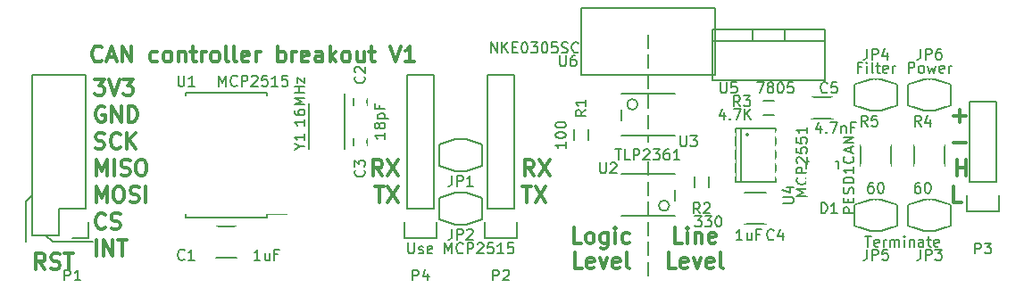
<source format=gto>
G04 #@! TF.FileFunction,Legend,Top*
%FSLAX46Y46*%
G04 Gerber Fmt 4.6, Leading zero omitted, Abs format (unit mm)*
G04 Created by KiCad (PCBNEW 4.0.2+e4-6225~38~ubuntu15.10.1-stable) date Do 16 Jun 2016 08:59:28 CEST*
%MOMM*%
G01*
G04 APERTURE LIST*
%ADD10C,0.100000*%
%ADD11C,0.200000*%
%ADD12C,0.300000*%
%ADD13C,0.150000*%
%ADD14O,1.873200X1.009600*%
%ADD15R,1.200100X2.200860*%
%ADD16R,2.127200X2.127200*%
%ADD17O,2.127200X2.127200*%
%ADD18R,2.432000X2.127200*%
%ADD19O,2.432000X2.127200*%
%ADD20R,2.400000X1.000000*%
%ADD21R,1.600000X1.200000*%
%ADD22R,1.300000X0.900000*%
%ADD23R,0.900000X1.300000*%
%ADD24R,2.900000X1.300000*%
%ADD25O,1.901140X2.899360*%
%ADD26R,2.800000X2.400000*%
%ADD27R,1.400000X2.900000*%
%ADD28R,1.150000X1.200000*%
%ADD29R,1.400000X2.000000*%
%ADD30O,1.600000X2.200000*%
%ADD31R,1.400000X0.900000*%
G04 APERTURE END LIST*
D10*
D11*
X146050000Y-94615000D02*
X146050000Y-93980000D01*
X146050000Y-95250000D02*
X146050000Y-94615000D01*
X146050000Y-97155000D02*
X146050000Y-95885000D01*
X146050000Y-99060000D02*
X146050000Y-97790000D01*
X146050000Y-100965000D02*
X146050000Y-99695000D01*
X146050000Y-102870000D02*
X146050000Y-101600000D01*
X146050000Y-104140000D02*
X146050000Y-103505000D01*
X146050000Y-107315000D02*
X146050000Y-106045000D01*
X146050000Y-109220000D02*
X146050000Y-107950000D01*
X146050000Y-111125000D02*
X146050000Y-109855000D01*
X146050000Y-113030000D02*
X146050000Y-111760000D01*
X146050000Y-114935000D02*
X146050000Y-113665000D01*
X146050000Y-116840000D02*
X146050000Y-115570000D01*
D12*
X149280715Y-113778571D02*
X148566429Y-113778571D01*
X148566429Y-112278571D01*
X149780715Y-113778571D02*
X149780715Y-112778571D01*
X149780715Y-112278571D02*
X149709286Y-112350000D01*
X149780715Y-112421429D01*
X149852143Y-112350000D01*
X149780715Y-112278571D01*
X149780715Y-112421429D01*
X150495001Y-112778571D02*
X150495001Y-113778571D01*
X150495001Y-112921429D02*
X150566429Y-112850000D01*
X150709287Y-112778571D01*
X150923572Y-112778571D01*
X151066429Y-112850000D01*
X151137858Y-112992857D01*
X151137858Y-113778571D01*
X152423572Y-113707143D02*
X152280715Y-113778571D01*
X151995001Y-113778571D01*
X151852144Y-113707143D01*
X151780715Y-113564286D01*
X151780715Y-112992857D01*
X151852144Y-112850000D01*
X151995001Y-112778571D01*
X152280715Y-112778571D01*
X152423572Y-112850000D01*
X152495001Y-112992857D01*
X152495001Y-113135714D01*
X151780715Y-113278571D01*
X148709287Y-116178571D02*
X147995001Y-116178571D01*
X147995001Y-114678571D01*
X149780715Y-116107143D02*
X149637858Y-116178571D01*
X149352144Y-116178571D01*
X149209287Y-116107143D01*
X149137858Y-115964286D01*
X149137858Y-115392857D01*
X149209287Y-115250000D01*
X149352144Y-115178571D01*
X149637858Y-115178571D01*
X149780715Y-115250000D01*
X149852144Y-115392857D01*
X149852144Y-115535714D01*
X149137858Y-115678571D01*
X150352144Y-115178571D02*
X150709287Y-116178571D01*
X151066429Y-115178571D01*
X152209286Y-116107143D02*
X152066429Y-116178571D01*
X151780715Y-116178571D01*
X151637858Y-116107143D01*
X151566429Y-115964286D01*
X151566429Y-115392857D01*
X151637858Y-115250000D01*
X151780715Y-115178571D01*
X152066429Y-115178571D01*
X152209286Y-115250000D01*
X152280715Y-115392857D01*
X152280715Y-115535714D01*
X151566429Y-115678571D01*
X153137858Y-116178571D02*
X152995000Y-116107143D01*
X152923572Y-115964286D01*
X152923572Y-114678571D01*
X139712143Y-113778571D02*
X138997857Y-113778571D01*
X138997857Y-112278571D01*
X140426429Y-113778571D02*
X140283571Y-113707143D01*
X140212143Y-113635714D01*
X140140714Y-113492857D01*
X140140714Y-113064286D01*
X140212143Y-112921429D01*
X140283571Y-112850000D01*
X140426429Y-112778571D01*
X140640714Y-112778571D01*
X140783571Y-112850000D01*
X140855000Y-112921429D01*
X140926429Y-113064286D01*
X140926429Y-113492857D01*
X140855000Y-113635714D01*
X140783571Y-113707143D01*
X140640714Y-113778571D01*
X140426429Y-113778571D01*
X142212143Y-112778571D02*
X142212143Y-113992857D01*
X142140714Y-114135714D01*
X142069286Y-114207143D01*
X141926429Y-114278571D01*
X141712143Y-114278571D01*
X141569286Y-114207143D01*
X142212143Y-113707143D02*
X142069286Y-113778571D01*
X141783572Y-113778571D01*
X141640714Y-113707143D01*
X141569286Y-113635714D01*
X141497857Y-113492857D01*
X141497857Y-113064286D01*
X141569286Y-112921429D01*
X141640714Y-112850000D01*
X141783572Y-112778571D01*
X142069286Y-112778571D01*
X142212143Y-112850000D01*
X142926429Y-113778571D02*
X142926429Y-112778571D01*
X142926429Y-112278571D02*
X142855000Y-112350000D01*
X142926429Y-112421429D01*
X142997857Y-112350000D01*
X142926429Y-112278571D01*
X142926429Y-112421429D01*
X144283572Y-113707143D02*
X144140715Y-113778571D01*
X143855001Y-113778571D01*
X143712143Y-113707143D01*
X143640715Y-113635714D01*
X143569286Y-113492857D01*
X143569286Y-113064286D01*
X143640715Y-112921429D01*
X143712143Y-112850000D01*
X143855001Y-112778571D01*
X144140715Y-112778571D01*
X144283572Y-112850000D01*
X139819287Y-116178571D02*
X139105001Y-116178571D01*
X139105001Y-114678571D01*
X140890715Y-116107143D02*
X140747858Y-116178571D01*
X140462144Y-116178571D01*
X140319287Y-116107143D01*
X140247858Y-115964286D01*
X140247858Y-115392857D01*
X140319287Y-115250000D01*
X140462144Y-115178571D01*
X140747858Y-115178571D01*
X140890715Y-115250000D01*
X140962144Y-115392857D01*
X140962144Y-115535714D01*
X140247858Y-115678571D01*
X141462144Y-115178571D02*
X141819287Y-116178571D01*
X142176429Y-115178571D01*
X143319286Y-116107143D02*
X143176429Y-116178571D01*
X142890715Y-116178571D01*
X142747858Y-116107143D01*
X142676429Y-115964286D01*
X142676429Y-115392857D01*
X142747858Y-115250000D01*
X142890715Y-115178571D01*
X143176429Y-115178571D01*
X143319286Y-115250000D01*
X143390715Y-115392857D01*
X143390715Y-115535714D01*
X142676429Y-115678571D01*
X144247858Y-116178571D02*
X144105000Y-116107143D01*
X144033572Y-115964286D01*
X144033572Y-114678571D01*
D11*
X89535000Y-113665000D02*
X93345000Y-113665000D01*
X88900000Y-113030000D02*
X89535000Y-113665000D01*
X86995000Y-109855000D02*
X86995000Y-113665000D01*
X87630000Y-109220000D02*
X86995000Y-109855000D01*
D12*
X88844286Y-116248571D02*
X88344286Y-115534286D01*
X87987143Y-116248571D02*
X87987143Y-114748571D01*
X88558571Y-114748571D01*
X88701429Y-114820000D01*
X88772857Y-114891429D01*
X88844286Y-115034286D01*
X88844286Y-115248571D01*
X88772857Y-115391429D01*
X88701429Y-115462857D01*
X88558571Y-115534286D01*
X87987143Y-115534286D01*
X89415714Y-116177143D02*
X89630000Y-116248571D01*
X89987143Y-116248571D01*
X90130000Y-116177143D01*
X90201429Y-116105714D01*
X90272857Y-115962857D01*
X90272857Y-115820000D01*
X90201429Y-115677143D01*
X90130000Y-115605714D01*
X89987143Y-115534286D01*
X89701429Y-115462857D01*
X89558571Y-115391429D01*
X89487143Y-115320000D01*
X89415714Y-115177143D01*
X89415714Y-115034286D01*
X89487143Y-114891429D01*
X89558571Y-114820000D01*
X89701429Y-114748571D01*
X90058571Y-114748571D01*
X90272857Y-114820000D01*
X90701428Y-114748571D02*
X91558571Y-114748571D01*
X91130000Y-116248571D02*
X91130000Y-114748571D01*
X93702143Y-114978571D02*
X93702143Y-113478571D01*
X94416429Y-114978571D02*
X94416429Y-113478571D01*
X95273572Y-114978571D01*
X95273572Y-113478571D01*
X95773572Y-113478571D02*
X96630715Y-113478571D01*
X96202144Y-114978571D02*
X96202144Y-113478571D01*
X94559286Y-112295714D02*
X94487857Y-112367143D01*
X94273571Y-112438571D01*
X94130714Y-112438571D01*
X93916429Y-112367143D01*
X93773571Y-112224286D01*
X93702143Y-112081429D01*
X93630714Y-111795714D01*
X93630714Y-111581429D01*
X93702143Y-111295714D01*
X93773571Y-111152857D01*
X93916429Y-111010000D01*
X94130714Y-110938571D01*
X94273571Y-110938571D01*
X94487857Y-111010000D01*
X94559286Y-111081429D01*
X95130714Y-112367143D02*
X95345000Y-112438571D01*
X95702143Y-112438571D01*
X95845000Y-112367143D01*
X95916429Y-112295714D01*
X95987857Y-112152857D01*
X95987857Y-112010000D01*
X95916429Y-111867143D01*
X95845000Y-111795714D01*
X95702143Y-111724286D01*
X95416429Y-111652857D01*
X95273571Y-111581429D01*
X95202143Y-111510000D01*
X95130714Y-111367143D01*
X95130714Y-111224286D01*
X95202143Y-111081429D01*
X95273571Y-111010000D01*
X95416429Y-110938571D01*
X95773571Y-110938571D01*
X95987857Y-111010000D01*
X93702143Y-109898571D02*
X93702143Y-108398571D01*
X94202143Y-109470000D01*
X94702143Y-108398571D01*
X94702143Y-109898571D01*
X95702143Y-108398571D02*
X95987857Y-108398571D01*
X96130715Y-108470000D01*
X96273572Y-108612857D01*
X96345000Y-108898571D01*
X96345000Y-109398571D01*
X96273572Y-109684286D01*
X96130715Y-109827143D01*
X95987857Y-109898571D01*
X95702143Y-109898571D01*
X95559286Y-109827143D01*
X95416429Y-109684286D01*
X95345000Y-109398571D01*
X95345000Y-108898571D01*
X95416429Y-108612857D01*
X95559286Y-108470000D01*
X95702143Y-108398571D01*
X96916429Y-109827143D02*
X97130715Y-109898571D01*
X97487858Y-109898571D01*
X97630715Y-109827143D01*
X97702144Y-109755714D01*
X97773572Y-109612857D01*
X97773572Y-109470000D01*
X97702144Y-109327143D01*
X97630715Y-109255714D01*
X97487858Y-109184286D01*
X97202144Y-109112857D01*
X97059286Y-109041429D01*
X96987858Y-108970000D01*
X96916429Y-108827143D01*
X96916429Y-108684286D01*
X96987858Y-108541429D01*
X97059286Y-108470000D01*
X97202144Y-108398571D01*
X97559286Y-108398571D01*
X97773572Y-108470000D01*
X98416429Y-109898571D02*
X98416429Y-108398571D01*
X93630714Y-104747143D02*
X93845000Y-104818571D01*
X94202143Y-104818571D01*
X94345000Y-104747143D01*
X94416429Y-104675714D01*
X94487857Y-104532857D01*
X94487857Y-104390000D01*
X94416429Y-104247143D01*
X94345000Y-104175714D01*
X94202143Y-104104286D01*
X93916429Y-104032857D01*
X93773571Y-103961429D01*
X93702143Y-103890000D01*
X93630714Y-103747143D01*
X93630714Y-103604286D01*
X93702143Y-103461429D01*
X93773571Y-103390000D01*
X93916429Y-103318571D01*
X94273571Y-103318571D01*
X94487857Y-103390000D01*
X95987857Y-104675714D02*
X95916428Y-104747143D01*
X95702142Y-104818571D01*
X95559285Y-104818571D01*
X95345000Y-104747143D01*
X95202142Y-104604286D01*
X95130714Y-104461429D01*
X95059285Y-104175714D01*
X95059285Y-103961429D01*
X95130714Y-103675714D01*
X95202142Y-103532857D01*
X95345000Y-103390000D01*
X95559285Y-103318571D01*
X95702142Y-103318571D01*
X95916428Y-103390000D01*
X95987857Y-103461429D01*
X96630714Y-104818571D02*
X96630714Y-103318571D01*
X97487857Y-104818571D02*
X96845000Y-103961429D01*
X97487857Y-103318571D02*
X96630714Y-104175714D01*
X94487857Y-100850000D02*
X94345000Y-100778571D01*
X94130714Y-100778571D01*
X93916429Y-100850000D01*
X93773571Y-100992857D01*
X93702143Y-101135714D01*
X93630714Y-101421429D01*
X93630714Y-101635714D01*
X93702143Y-101921429D01*
X93773571Y-102064286D01*
X93916429Y-102207143D01*
X94130714Y-102278571D01*
X94273571Y-102278571D01*
X94487857Y-102207143D01*
X94559286Y-102135714D01*
X94559286Y-101635714D01*
X94273571Y-101635714D01*
X95202143Y-102278571D02*
X95202143Y-100778571D01*
X96059286Y-102278571D01*
X96059286Y-100778571D01*
X96773572Y-102278571D02*
X96773572Y-100778571D01*
X97130715Y-100778571D01*
X97345000Y-100850000D01*
X97487858Y-100992857D01*
X97559286Y-101135714D01*
X97630715Y-101421429D01*
X97630715Y-101635714D01*
X97559286Y-101921429D01*
X97487858Y-102064286D01*
X97345000Y-102207143D01*
X97130715Y-102278571D01*
X96773572Y-102278571D01*
X93559286Y-98238571D02*
X94487857Y-98238571D01*
X93987857Y-98810000D01*
X94202143Y-98810000D01*
X94345000Y-98881429D01*
X94416429Y-98952857D01*
X94487857Y-99095714D01*
X94487857Y-99452857D01*
X94416429Y-99595714D01*
X94345000Y-99667143D01*
X94202143Y-99738571D01*
X93773571Y-99738571D01*
X93630714Y-99667143D01*
X93559286Y-99595714D01*
X94916428Y-98238571D02*
X95416428Y-99738571D01*
X95916428Y-98238571D01*
X96273571Y-98238571D02*
X97202142Y-98238571D01*
X96702142Y-98810000D01*
X96916428Y-98810000D01*
X97059285Y-98881429D01*
X97130714Y-98952857D01*
X97202142Y-99095714D01*
X97202142Y-99452857D01*
X97130714Y-99595714D01*
X97059285Y-99667143D01*
X96916428Y-99738571D01*
X96487856Y-99738571D01*
X96344999Y-99667143D01*
X96273571Y-99595714D01*
X93702143Y-107358571D02*
X93702143Y-105858571D01*
X94202143Y-106930000D01*
X94702143Y-105858571D01*
X94702143Y-107358571D01*
X95416429Y-107358571D02*
X95416429Y-105858571D01*
X96059286Y-107287143D02*
X96273572Y-107358571D01*
X96630715Y-107358571D01*
X96773572Y-107287143D01*
X96845001Y-107215714D01*
X96916429Y-107072857D01*
X96916429Y-106930000D01*
X96845001Y-106787143D01*
X96773572Y-106715714D01*
X96630715Y-106644286D01*
X96345001Y-106572857D01*
X96202143Y-106501429D01*
X96130715Y-106430000D01*
X96059286Y-106287143D01*
X96059286Y-106144286D01*
X96130715Y-106001429D01*
X96202143Y-105930000D01*
X96345001Y-105858571D01*
X96702143Y-105858571D01*
X96916429Y-105930000D01*
X97845000Y-105858571D02*
X98130714Y-105858571D01*
X98273572Y-105930000D01*
X98416429Y-106072857D01*
X98487857Y-106358571D01*
X98487857Y-106858571D01*
X98416429Y-107144286D01*
X98273572Y-107287143D01*
X98130714Y-107358571D01*
X97845000Y-107358571D01*
X97702143Y-107287143D01*
X97559286Y-107144286D01*
X97487857Y-106858571D01*
X97487857Y-106358571D01*
X97559286Y-106072857D01*
X97702143Y-105930000D01*
X97845000Y-105858571D01*
X94227859Y-96420714D02*
X94156430Y-96492143D01*
X93942144Y-96563571D01*
X93799287Y-96563571D01*
X93585002Y-96492143D01*
X93442144Y-96349286D01*
X93370716Y-96206429D01*
X93299287Y-95920714D01*
X93299287Y-95706429D01*
X93370716Y-95420714D01*
X93442144Y-95277857D01*
X93585002Y-95135000D01*
X93799287Y-95063571D01*
X93942144Y-95063571D01*
X94156430Y-95135000D01*
X94227859Y-95206429D01*
X94799287Y-96135000D02*
X95513573Y-96135000D01*
X94656430Y-96563571D02*
X95156430Y-95063571D01*
X95656430Y-96563571D01*
X96156430Y-96563571D02*
X96156430Y-95063571D01*
X97013573Y-96563571D01*
X97013573Y-95063571D01*
X99513573Y-96492143D02*
X99370716Y-96563571D01*
X99085002Y-96563571D01*
X98942144Y-96492143D01*
X98870716Y-96420714D01*
X98799287Y-96277857D01*
X98799287Y-95849286D01*
X98870716Y-95706429D01*
X98942144Y-95635000D01*
X99085002Y-95563571D01*
X99370716Y-95563571D01*
X99513573Y-95635000D01*
X100370716Y-96563571D02*
X100227858Y-96492143D01*
X100156430Y-96420714D01*
X100085001Y-96277857D01*
X100085001Y-95849286D01*
X100156430Y-95706429D01*
X100227858Y-95635000D01*
X100370716Y-95563571D01*
X100585001Y-95563571D01*
X100727858Y-95635000D01*
X100799287Y-95706429D01*
X100870716Y-95849286D01*
X100870716Y-96277857D01*
X100799287Y-96420714D01*
X100727858Y-96492143D01*
X100585001Y-96563571D01*
X100370716Y-96563571D01*
X101513573Y-95563571D02*
X101513573Y-96563571D01*
X101513573Y-95706429D02*
X101585001Y-95635000D01*
X101727859Y-95563571D01*
X101942144Y-95563571D01*
X102085001Y-95635000D01*
X102156430Y-95777857D01*
X102156430Y-96563571D01*
X102656430Y-95563571D02*
X103227859Y-95563571D01*
X102870716Y-95063571D02*
X102870716Y-96349286D01*
X102942144Y-96492143D01*
X103085002Y-96563571D01*
X103227859Y-96563571D01*
X103727859Y-96563571D02*
X103727859Y-95563571D01*
X103727859Y-95849286D02*
X103799287Y-95706429D01*
X103870716Y-95635000D01*
X104013573Y-95563571D01*
X104156430Y-95563571D01*
X104870716Y-96563571D02*
X104727858Y-96492143D01*
X104656430Y-96420714D01*
X104585001Y-96277857D01*
X104585001Y-95849286D01*
X104656430Y-95706429D01*
X104727858Y-95635000D01*
X104870716Y-95563571D01*
X105085001Y-95563571D01*
X105227858Y-95635000D01*
X105299287Y-95706429D01*
X105370716Y-95849286D01*
X105370716Y-96277857D01*
X105299287Y-96420714D01*
X105227858Y-96492143D01*
X105085001Y-96563571D01*
X104870716Y-96563571D01*
X106227859Y-96563571D02*
X106085001Y-96492143D01*
X106013573Y-96349286D01*
X106013573Y-95063571D01*
X107013573Y-96563571D02*
X106870715Y-96492143D01*
X106799287Y-96349286D01*
X106799287Y-95063571D01*
X108156429Y-96492143D02*
X108013572Y-96563571D01*
X107727858Y-96563571D01*
X107585001Y-96492143D01*
X107513572Y-96349286D01*
X107513572Y-95777857D01*
X107585001Y-95635000D01*
X107727858Y-95563571D01*
X108013572Y-95563571D01*
X108156429Y-95635000D01*
X108227858Y-95777857D01*
X108227858Y-95920714D01*
X107513572Y-96063571D01*
X108870715Y-96563571D02*
X108870715Y-95563571D01*
X108870715Y-95849286D02*
X108942143Y-95706429D01*
X109013572Y-95635000D01*
X109156429Y-95563571D01*
X109299286Y-95563571D01*
X110942143Y-96563571D02*
X110942143Y-95063571D01*
X110942143Y-95635000D02*
X111085000Y-95563571D01*
X111370714Y-95563571D01*
X111513571Y-95635000D01*
X111585000Y-95706429D01*
X111656429Y-95849286D01*
X111656429Y-96277857D01*
X111585000Y-96420714D01*
X111513571Y-96492143D01*
X111370714Y-96563571D01*
X111085000Y-96563571D01*
X110942143Y-96492143D01*
X112299286Y-96563571D02*
X112299286Y-95563571D01*
X112299286Y-95849286D02*
X112370714Y-95706429D01*
X112442143Y-95635000D01*
X112585000Y-95563571D01*
X112727857Y-95563571D01*
X113799285Y-96492143D02*
X113656428Y-96563571D01*
X113370714Y-96563571D01*
X113227857Y-96492143D01*
X113156428Y-96349286D01*
X113156428Y-95777857D01*
X113227857Y-95635000D01*
X113370714Y-95563571D01*
X113656428Y-95563571D01*
X113799285Y-95635000D01*
X113870714Y-95777857D01*
X113870714Y-95920714D01*
X113156428Y-96063571D01*
X115156428Y-96563571D02*
X115156428Y-95777857D01*
X115084999Y-95635000D01*
X114942142Y-95563571D01*
X114656428Y-95563571D01*
X114513571Y-95635000D01*
X115156428Y-96492143D02*
X115013571Y-96563571D01*
X114656428Y-96563571D01*
X114513571Y-96492143D01*
X114442142Y-96349286D01*
X114442142Y-96206429D01*
X114513571Y-96063571D01*
X114656428Y-95992143D01*
X115013571Y-95992143D01*
X115156428Y-95920714D01*
X115870714Y-96563571D02*
X115870714Y-95063571D01*
X116013571Y-95992143D02*
X116442142Y-96563571D01*
X116442142Y-95563571D02*
X115870714Y-96135000D01*
X117299286Y-96563571D02*
X117156428Y-96492143D01*
X117085000Y-96420714D01*
X117013571Y-96277857D01*
X117013571Y-95849286D01*
X117085000Y-95706429D01*
X117156428Y-95635000D01*
X117299286Y-95563571D01*
X117513571Y-95563571D01*
X117656428Y-95635000D01*
X117727857Y-95706429D01*
X117799286Y-95849286D01*
X117799286Y-96277857D01*
X117727857Y-96420714D01*
X117656428Y-96492143D01*
X117513571Y-96563571D01*
X117299286Y-96563571D01*
X119085000Y-95563571D02*
X119085000Y-96563571D01*
X118442143Y-95563571D02*
X118442143Y-96349286D01*
X118513571Y-96492143D01*
X118656429Y-96563571D01*
X118870714Y-96563571D01*
X119013571Y-96492143D01*
X119085000Y-96420714D01*
X119585000Y-95563571D02*
X120156429Y-95563571D01*
X119799286Y-95063571D02*
X119799286Y-96349286D01*
X119870714Y-96492143D01*
X120013572Y-96563571D01*
X120156429Y-96563571D01*
X121585000Y-95063571D02*
X122085000Y-96563571D01*
X122585000Y-95063571D01*
X123870714Y-96563571D02*
X123013571Y-96563571D01*
X123442143Y-96563571D02*
X123442143Y-95063571D01*
X123299286Y-95277857D01*
X123156428Y-95420714D01*
X123013571Y-95492143D01*
X134127857Y-108398571D02*
X134985000Y-108398571D01*
X134556429Y-109898571D02*
X134556429Y-108398571D01*
X135342143Y-108398571D02*
X136342143Y-109898571D01*
X136342143Y-108398571D02*
X135342143Y-109898571D01*
X135199286Y-107358571D02*
X134699286Y-106644286D01*
X134342143Y-107358571D02*
X134342143Y-105858571D01*
X134913571Y-105858571D01*
X135056429Y-105930000D01*
X135127857Y-106001429D01*
X135199286Y-106144286D01*
X135199286Y-106358571D01*
X135127857Y-106501429D01*
X135056429Y-106572857D01*
X134913571Y-106644286D01*
X134342143Y-106644286D01*
X135699286Y-105858571D02*
X136699286Y-107358571D01*
X136699286Y-105858571D02*
X135699286Y-107358571D01*
X120126429Y-108398571D02*
X120983572Y-108398571D01*
X120555001Y-109898571D02*
X120555001Y-108398571D01*
X121340715Y-108398571D02*
X122340715Y-109898571D01*
X122340715Y-108398571D02*
X121340715Y-109898571D01*
X120840715Y-107358571D02*
X120340715Y-106644286D01*
X119983572Y-107358571D02*
X119983572Y-105858571D01*
X120555000Y-105858571D01*
X120697858Y-105930000D01*
X120769286Y-106001429D01*
X120840715Y-106144286D01*
X120840715Y-106358571D01*
X120769286Y-106501429D01*
X120697858Y-106572857D01*
X120555000Y-106644286D01*
X119983572Y-106644286D01*
X121340715Y-105858571D02*
X122340715Y-107358571D01*
X122340715Y-105858571D02*
X121340715Y-107358571D01*
X175752143Y-109898571D02*
X175037857Y-109898571D01*
X175037857Y-108398571D01*
X175315714Y-107358571D02*
X175315714Y-105858571D01*
X175315714Y-106572857D02*
X176172857Y-106572857D01*
X176172857Y-107358571D02*
X176172857Y-105858571D01*
X175030000Y-104247143D02*
X176172857Y-104247143D01*
X175030000Y-101707143D02*
X176172857Y-101707143D01*
X175601428Y-102278571D02*
X175601428Y-101135714D01*
D13*
X155575000Y-103505000D02*
G75*
G03X155575000Y-103505000I-127000J0D01*
G01*
X154813000Y-102870000D02*
X154813000Y-107950000D01*
X158115000Y-102870000D02*
X158115000Y-107950000D01*
X154305000Y-102870000D02*
X154305000Y-107950000D01*
X154305000Y-102870000D02*
X158115000Y-102870000D01*
X154305000Y-107950000D02*
X158115000Y-107950000D01*
X161060180Y-106730800D02*
X161060180Y-106029760D01*
X161060180Y-106029760D02*
X161309100Y-106029760D01*
X163859160Y-106029760D02*
X164059820Y-106029760D01*
X164059820Y-106029760D02*
X164059820Y-106730800D01*
X87630000Y-97790000D02*
X87630000Y-113030000D01*
X92710000Y-110490000D02*
X92710000Y-97790000D01*
X87630000Y-97790000D02*
X92710000Y-97790000D01*
X87630000Y-113030000D02*
X90170000Y-113030000D01*
X91440000Y-113310000D02*
X92990000Y-113310000D01*
X90170000Y-113030000D02*
X90170000Y-110490000D01*
X90170000Y-110490000D02*
X92710000Y-110490000D01*
X92990000Y-113310000D02*
X92990000Y-111760000D01*
X130810000Y-110490000D02*
X130810000Y-97790000D01*
X130810000Y-97790000D02*
X133350000Y-97790000D01*
X133350000Y-97790000D02*
X133350000Y-110490000D01*
X130530000Y-113310000D02*
X130530000Y-111760000D01*
X130810000Y-110490000D02*
X133350000Y-110490000D01*
X133630000Y-111760000D02*
X133630000Y-113310000D01*
X133630000Y-113310000D02*
X130530000Y-113310000D01*
X179070000Y-107950000D02*
X179070000Y-100330000D01*
X176530000Y-107950000D02*
X176530000Y-100330000D01*
X176250000Y-110770000D02*
X176250000Y-109220000D01*
X179070000Y-100330000D02*
X176530000Y-100330000D01*
X176530000Y-107950000D02*
X179070000Y-107950000D01*
X179350000Y-109220000D02*
X179350000Y-110770000D01*
X179350000Y-110770000D02*
X176250000Y-110770000D01*
X109920000Y-111360000D02*
X109920000Y-111015000D01*
X102170000Y-111360000D02*
X102170000Y-111015000D01*
X102170000Y-99460000D02*
X102170000Y-99805000D01*
X109920000Y-99460000D02*
X109920000Y-99805000D01*
X109920000Y-111360000D02*
X102170000Y-111360000D01*
X109920000Y-99460000D02*
X102170000Y-99460000D01*
X109920000Y-111015000D02*
X111745000Y-111015000D01*
X148050000Y-110220000D02*
G75*
G03X148050000Y-110220000I-500000J0D01*
G01*
X148550000Y-109720000D02*
X148550000Y-108720000D01*
X143550000Y-107220000D02*
X148550000Y-107220000D01*
X143550000Y-111220000D02*
X148550000Y-111220000D01*
X145050000Y-100600000D02*
G75*
G03X145050000Y-100600000I-500000J0D01*
G01*
X143550000Y-101100000D02*
X143550000Y-102100000D01*
X148550000Y-103600000D02*
X143550000Y-103600000D01*
X148550000Y-99600000D02*
X143550000Y-99600000D01*
X172220000Y-109625000D02*
X173220000Y-109625000D01*
X173220000Y-109625000D02*
X174720000Y-110125000D01*
X174720000Y-110125000D02*
X174720000Y-112125000D01*
X174720000Y-112125000D02*
X173220000Y-112625000D01*
X173220000Y-112625000D02*
X172220000Y-112625000D01*
X172220000Y-112625000D02*
X170720000Y-112125000D01*
X170720000Y-112125000D02*
X170720000Y-110125000D01*
X170720000Y-110125000D02*
X172220000Y-109625000D01*
X168140000Y-101195000D02*
X167140000Y-101195000D01*
X167140000Y-101195000D02*
X165640000Y-100695000D01*
X165640000Y-100695000D02*
X165640000Y-98695000D01*
X165640000Y-98695000D02*
X167140000Y-98195000D01*
X167140000Y-98195000D02*
X168140000Y-98195000D01*
X168140000Y-98195000D02*
X169640000Y-98695000D01*
X169640000Y-98695000D02*
X169640000Y-100695000D01*
X169640000Y-100695000D02*
X168140000Y-101195000D01*
X168140000Y-112625000D02*
X167140000Y-112625000D01*
X167140000Y-112625000D02*
X165640000Y-112125000D01*
X165640000Y-112125000D02*
X165640000Y-110125000D01*
X165640000Y-110125000D02*
X167140000Y-109625000D01*
X167140000Y-109625000D02*
X168140000Y-109625000D01*
X168140000Y-109625000D02*
X169640000Y-110125000D01*
X169640000Y-110125000D02*
X169640000Y-112125000D01*
X169640000Y-112125000D02*
X168140000Y-112625000D01*
X173220000Y-101195000D02*
X172220000Y-101195000D01*
X172220000Y-101195000D02*
X170720000Y-100695000D01*
X170720000Y-100695000D02*
X170720000Y-98695000D01*
X170720000Y-98695000D02*
X172220000Y-98195000D01*
X172220000Y-98195000D02*
X173220000Y-98195000D01*
X173220000Y-98195000D02*
X174720000Y-98695000D01*
X174720000Y-98695000D02*
X174720000Y-100695000D01*
X174720000Y-100695000D02*
X173220000Y-101195000D01*
X139025000Y-104005000D02*
X139025000Y-103005000D01*
X140375000Y-103005000D02*
X140375000Y-104005000D01*
X150455000Y-108450000D02*
X150455000Y-107450000D01*
X151805000Y-107450000D02*
X151805000Y-108450000D01*
X157980000Y-101640000D02*
X156980000Y-101640000D01*
X156980000Y-100290000D02*
X157980000Y-100290000D01*
X171245000Y-106410000D02*
X171245000Y-104410000D01*
X174195000Y-104410000D02*
X174195000Y-106410000D01*
X166165000Y-106410000D02*
X166165000Y-104410000D01*
X169115000Y-104410000D02*
X169115000Y-106410000D01*
X155956000Y-93472000D02*
X155956000Y-94615000D01*
X159004000Y-93472000D02*
X159004000Y-94615000D01*
X162814000Y-94615000D02*
X162814000Y-98298000D01*
X162814000Y-98298000D02*
X152146000Y-98298000D01*
X152146000Y-98298000D02*
X152146000Y-94615000D01*
X162814000Y-93472000D02*
X162814000Y-94615000D01*
X162814000Y-94615000D02*
X152146000Y-94615000D01*
X152146000Y-94615000D02*
X152146000Y-93472000D01*
X157480000Y-93472000D02*
X152146000Y-93472000D01*
X157480000Y-93472000D02*
X162814000Y-93472000D01*
X113870000Y-104835000D02*
X113870000Y-100535000D01*
X117270000Y-99585000D02*
X117270000Y-104835000D01*
X105045000Y-115140000D02*
X107045000Y-115140000D01*
X107045000Y-112190000D02*
X105045000Y-112190000D01*
X155210000Y-111965000D02*
X157210000Y-111965000D01*
X157210000Y-109015000D02*
X155210000Y-109015000D01*
X118145000Y-100680000D02*
X118145000Y-99980000D01*
X119345000Y-99980000D02*
X119345000Y-100680000D01*
X119345000Y-103790000D02*
X119345000Y-104490000D01*
X118145000Y-104490000D02*
X118145000Y-103790000D01*
X123190000Y-110490000D02*
X123190000Y-97790000D01*
X123190000Y-97790000D02*
X125730000Y-97790000D01*
X125730000Y-97790000D02*
X125730000Y-110490000D01*
X122910000Y-113310000D02*
X122910000Y-111760000D01*
X123190000Y-110490000D02*
X125730000Y-110490000D01*
X126010000Y-111760000D02*
X126010000Y-113310000D01*
X126010000Y-113310000D02*
X122910000Y-113310000D01*
X163560000Y-99940000D02*
X161560000Y-99940000D01*
X161560000Y-101990000D02*
X163560000Y-101990000D01*
X139700000Y-97790000D02*
X152400000Y-97790000D01*
X152400000Y-97790000D02*
X152400000Y-91440000D01*
X152400000Y-91440000D02*
X139700000Y-91440000D01*
X139700000Y-91440000D02*
X139700000Y-97790000D01*
X127770000Y-103910000D02*
X128770000Y-103910000D01*
X128770000Y-103910000D02*
X130270000Y-104410000D01*
X130270000Y-104410000D02*
X130270000Y-106410000D01*
X130270000Y-106410000D02*
X128770000Y-106910000D01*
X128770000Y-106910000D02*
X127770000Y-106910000D01*
X127770000Y-106910000D02*
X126270000Y-106410000D01*
X126270000Y-106410000D02*
X126270000Y-104410000D01*
X126270000Y-104410000D02*
X127770000Y-103910000D01*
X127770000Y-108990000D02*
X128770000Y-108990000D01*
X128770000Y-108990000D02*
X130270000Y-109490000D01*
X130270000Y-109490000D02*
X130270000Y-111490000D01*
X130270000Y-111490000D02*
X128770000Y-111990000D01*
X128770000Y-111990000D02*
X127770000Y-111990000D01*
X127770000Y-111990000D02*
X126270000Y-111490000D01*
X126270000Y-111490000D02*
X126270000Y-109490000D01*
X126270000Y-109490000D02*
X127770000Y-108990000D01*
X158837381Y-109981905D02*
X159646905Y-109981905D01*
X159742143Y-109934286D01*
X159789762Y-109886667D01*
X159837381Y-109791429D01*
X159837381Y-109600952D01*
X159789762Y-109505714D01*
X159742143Y-109458095D01*
X159646905Y-109410476D01*
X158837381Y-109410476D01*
X159170714Y-108505714D02*
X159837381Y-108505714D01*
X158789762Y-108743810D02*
X159504048Y-108981905D01*
X159504048Y-108362857D01*
X161107381Y-109283095D02*
X160107381Y-109283095D01*
X160821667Y-108949761D01*
X160107381Y-108616428D01*
X161107381Y-108616428D01*
X161012143Y-107568809D02*
X161059762Y-107616428D01*
X161107381Y-107759285D01*
X161107381Y-107854523D01*
X161059762Y-107997381D01*
X160964524Y-108092619D01*
X160869286Y-108140238D01*
X160678810Y-108187857D01*
X160535952Y-108187857D01*
X160345476Y-108140238D01*
X160250238Y-108092619D01*
X160155000Y-107997381D01*
X160107381Y-107854523D01*
X160107381Y-107759285D01*
X160155000Y-107616428D01*
X160202619Y-107568809D01*
X161107381Y-107140238D02*
X160107381Y-107140238D01*
X160107381Y-106759285D01*
X160155000Y-106664047D01*
X160202619Y-106616428D01*
X160297857Y-106568809D01*
X160440714Y-106568809D01*
X160535952Y-106616428D01*
X160583571Y-106664047D01*
X160631190Y-106759285D01*
X160631190Y-107140238D01*
X160202619Y-106187857D02*
X160155000Y-106140238D01*
X160107381Y-106045000D01*
X160107381Y-105806904D01*
X160155000Y-105711666D01*
X160202619Y-105664047D01*
X160297857Y-105616428D01*
X160393095Y-105616428D01*
X160535952Y-105664047D01*
X161107381Y-106235476D01*
X161107381Y-105616428D01*
X160107381Y-104711666D02*
X160107381Y-105187857D01*
X160583571Y-105235476D01*
X160535952Y-105187857D01*
X160488333Y-105092619D01*
X160488333Y-104854523D01*
X160535952Y-104759285D01*
X160583571Y-104711666D01*
X160678810Y-104664047D01*
X160916905Y-104664047D01*
X161012143Y-104711666D01*
X161059762Y-104759285D01*
X161107381Y-104854523D01*
X161107381Y-105092619D01*
X161059762Y-105187857D01*
X161012143Y-105235476D01*
X160107381Y-103759285D02*
X160107381Y-104235476D01*
X160583571Y-104283095D01*
X160535952Y-104235476D01*
X160488333Y-104140238D01*
X160488333Y-103902142D01*
X160535952Y-103806904D01*
X160583571Y-103759285D01*
X160678810Y-103711666D01*
X160916905Y-103711666D01*
X161012143Y-103759285D01*
X161059762Y-103806904D01*
X161107381Y-103902142D01*
X161107381Y-104140238D01*
X161059762Y-104235476D01*
X161012143Y-104283095D01*
X161107381Y-102759285D02*
X161107381Y-103330714D01*
X161107381Y-103045000D02*
X160107381Y-103045000D01*
X160250238Y-103140238D01*
X160345476Y-103235476D01*
X160393095Y-103330714D01*
X162456905Y-110942381D02*
X162456905Y-109942381D01*
X162695000Y-109942381D01*
X162837858Y-109990000D01*
X162933096Y-110085238D01*
X162980715Y-110180476D01*
X163028334Y-110370952D01*
X163028334Y-110513810D01*
X162980715Y-110704286D01*
X162933096Y-110799524D01*
X162837858Y-110894762D01*
X162695000Y-110942381D01*
X162456905Y-110942381D01*
X163980715Y-110942381D02*
X163409286Y-110942381D01*
X163695000Y-110942381D02*
X163695000Y-109942381D01*
X163599762Y-110085238D01*
X163504524Y-110180476D01*
X163409286Y-110228095D01*
X165552381Y-110934048D02*
X164552381Y-110934048D01*
X164552381Y-110553095D01*
X164600000Y-110457857D01*
X164647619Y-110410238D01*
X164742857Y-110362619D01*
X164885714Y-110362619D01*
X164980952Y-110410238D01*
X165028571Y-110457857D01*
X165076190Y-110553095D01*
X165076190Y-110934048D01*
X165028571Y-109934048D02*
X165028571Y-109600714D01*
X165552381Y-109457857D02*
X165552381Y-109934048D01*
X164552381Y-109934048D01*
X164552381Y-109457857D01*
X165504762Y-109076905D02*
X165552381Y-108934048D01*
X165552381Y-108695952D01*
X165504762Y-108600714D01*
X165457143Y-108553095D01*
X165361905Y-108505476D01*
X165266667Y-108505476D01*
X165171429Y-108553095D01*
X165123810Y-108600714D01*
X165076190Y-108695952D01*
X165028571Y-108886429D01*
X164980952Y-108981667D01*
X164933333Y-109029286D01*
X164838095Y-109076905D01*
X164742857Y-109076905D01*
X164647619Y-109029286D01*
X164600000Y-108981667D01*
X164552381Y-108886429D01*
X164552381Y-108648333D01*
X164600000Y-108505476D01*
X165552381Y-108076905D02*
X164552381Y-108076905D01*
X164552381Y-107838810D01*
X164600000Y-107695952D01*
X164695238Y-107600714D01*
X164790476Y-107553095D01*
X164980952Y-107505476D01*
X165123810Y-107505476D01*
X165314286Y-107553095D01*
X165409524Y-107600714D01*
X165504762Y-107695952D01*
X165552381Y-107838810D01*
X165552381Y-108076905D01*
X165552381Y-106553095D02*
X165552381Y-107124524D01*
X165552381Y-106838810D02*
X164552381Y-106838810D01*
X164695238Y-106934048D01*
X164790476Y-107029286D01*
X164838095Y-107124524D01*
X165457143Y-105553095D02*
X165504762Y-105600714D01*
X165552381Y-105743571D01*
X165552381Y-105838809D01*
X165504762Y-105981667D01*
X165409524Y-106076905D01*
X165314286Y-106124524D01*
X165123810Y-106172143D01*
X164980952Y-106172143D01*
X164790476Y-106124524D01*
X164695238Y-106076905D01*
X164600000Y-105981667D01*
X164552381Y-105838809D01*
X164552381Y-105743571D01*
X164600000Y-105600714D01*
X164647619Y-105553095D01*
X165266667Y-105172143D02*
X165266667Y-104695952D01*
X165552381Y-105267381D02*
X164552381Y-104934048D01*
X165552381Y-104600714D01*
X165552381Y-104267381D02*
X164552381Y-104267381D01*
X165552381Y-103695952D01*
X164552381Y-103695952D01*
X90701905Y-117312381D02*
X90701905Y-116312381D01*
X91082858Y-116312381D01*
X91178096Y-116360000D01*
X91225715Y-116407619D01*
X91273334Y-116502857D01*
X91273334Y-116645714D01*
X91225715Y-116740952D01*
X91178096Y-116788571D01*
X91082858Y-116836190D01*
X90701905Y-116836190D01*
X92225715Y-117312381D02*
X91654286Y-117312381D01*
X91940000Y-117312381D02*
X91940000Y-116312381D01*
X91844762Y-116455238D01*
X91749524Y-116550476D01*
X91654286Y-116598095D01*
X131341905Y-117312381D02*
X131341905Y-116312381D01*
X131722858Y-116312381D01*
X131818096Y-116360000D01*
X131865715Y-116407619D01*
X131913334Y-116502857D01*
X131913334Y-116645714D01*
X131865715Y-116740952D01*
X131818096Y-116788571D01*
X131722858Y-116836190D01*
X131341905Y-116836190D01*
X132294286Y-116407619D02*
X132341905Y-116360000D01*
X132437143Y-116312381D01*
X132675239Y-116312381D01*
X132770477Y-116360000D01*
X132818096Y-116407619D01*
X132865715Y-116502857D01*
X132865715Y-116598095D01*
X132818096Y-116740952D01*
X132246667Y-117312381D01*
X132865715Y-117312381D01*
X177061905Y-114772381D02*
X177061905Y-113772381D01*
X177442858Y-113772381D01*
X177538096Y-113820000D01*
X177585715Y-113867619D01*
X177633334Y-113962857D01*
X177633334Y-114105714D01*
X177585715Y-114200952D01*
X177538096Y-114248571D01*
X177442858Y-114296190D01*
X177061905Y-114296190D01*
X177966667Y-113772381D02*
X178585715Y-113772381D01*
X178252381Y-114153333D01*
X178395239Y-114153333D01*
X178490477Y-114200952D01*
X178538096Y-114248571D01*
X178585715Y-114343810D01*
X178585715Y-114581905D01*
X178538096Y-114677143D01*
X178490477Y-114724762D01*
X178395239Y-114772381D01*
X178109524Y-114772381D01*
X178014286Y-114724762D01*
X177966667Y-114677143D01*
X101473095Y-97877381D02*
X101473095Y-98686905D01*
X101520714Y-98782143D01*
X101568333Y-98829762D01*
X101663571Y-98877381D01*
X101854048Y-98877381D01*
X101949286Y-98829762D01*
X101996905Y-98782143D01*
X102044524Y-98686905D01*
X102044524Y-97877381D01*
X103044524Y-98877381D02*
X102473095Y-98877381D01*
X102758809Y-98877381D02*
X102758809Y-97877381D01*
X102663571Y-98020238D01*
X102568333Y-98115476D01*
X102473095Y-98163095D01*
X105346905Y-98877381D02*
X105346905Y-97877381D01*
X105680239Y-98591667D01*
X106013572Y-97877381D01*
X106013572Y-98877381D01*
X107061191Y-98782143D02*
X107013572Y-98829762D01*
X106870715Y-98877381D01*
X106775477Y-98877381D01*
X106632619Y-98829762D01*
X106537381Y-98734524D01*
X106489762Y-98639286D01*
X106442143Y-98448810D01*
X106442143Y-98305952D01*
X106489762Y-98115476D01*
X106537381Y-98020238D01*
X106632619Y-97925000D01*
X106775477Y-97877381D01*
X106870715Y-97877381D01*
X107013572Y-97925000D01*
X107061191Y-97972619D01*
X107489762Y-98877381D02*
X107489762Y-97877381D01*
X107870715Y-97877381D01*
X107965953Y-97925000D01*
X108013572Y-97972619D01*
X108061191Y-98067857D01*
X108061191Y-98210714D01*
X108013572Y-98305952D01*
X107965953Y-98353571D01*
X107870715Y-98401190D01*
X107489762Y-98401190D01*
X108442143Y-97972619D02*
X108489762Y-97925000D01*
X108585000Y-97877381D01*
X108823096Y-97877381D01*
X108918334Y-97925000D01*
X108965953Y-97972619D01*
X109013572Y-98067857D01*
X109013572Y-98163095D01*
X108965953Y-98305952D01*
X108394524Y-98877381D01*
X109013572Y-98877381D01*
X109918334Y-97877381D02*
X109442143Y-97877381D01*
X109394524Y-98353571D01*
X109442143Y-98305952D01*
X109537381Y-98258333D01*
X109775477Y-98258333D01*
X109870715Y-98305952D01*
X109918334Y-98353571D01*
X109965953Y-98448810D01*
X109965953Y-98686905D01*
X109918334Y-98782143D01*
X109870715Y-98829762D01*
X109775477Y-98877381D01*
X109537381Y-98877381D01*
X109442143Y-98829762D01*
X109394524Y-98782143D01*
X110918334Y-98877381D02*
X110346905Y-98877381D01*
X110632619Y-98877381D02*
X110632619Y-97877381D01*
X110537381Y-98020238D01*
X110442143Y-98115476D01*
X110346905Y-98163095D01*
X111823096Y-97877381D02*
X111346905Y-97877381D01*
X111299286Y-98353571D01*
X111346905Y-98305952D01*
X111442143Y-98258333D01*
X111680239Y-98258333D01*
X111775477Y-98305952D01*
X111823096Y-98353571D01*
X111870715Y-98448810D01*
X111870715Y-98686905D01*
X111823096Y-98782143D01*
X111775477Y-98829762D01*
X111680239Y-98877381D01*
X111442143Y-98877381D01*
X111346905Y-98829762D01*
X111299286Y-98782143D01*
X141478095Y-106132381D02*
X141478095Y-106941905D01*
X141525714Y-107037143D01*
X141573333Y-107084762D01*
X141668571Y-107132381D01*
X141859048Y-107132381D01*
X141954286Y-107084762D01*
X142001905Y-107037143D01*
X142049524Y-106941905D01*
X142049524Y-106132381D01*
X142478095Y-106227619D02*
X142525714Y-106180000D01*
X142620952Y-106132381D01*
X142859048Y-106132381D01*
X142954286Y-106180000D01*
X143001905Y-106227619D01*
X143049524Y-106322857D01*
X143049524Y-106418095D01*
X143001905Y-106560952D01*
X142430476Y-107132381D01*
X143049524Y-107132381D01*
X149098095Y-103592381D02*
X149098095Y-104401905D01*
X149145714Y-104497143D01*
X149193333Y-104544762D01*
X149288571Y-104592381D01*
X149479048Y-104592381D01*
X149574286Y-104544762D01*
X149621905Y-104497143D01*
X149669524Y-104401905D01*
X149669524Y-103592381D01*
X150050476Y-103592381D02*
X150669524Y-103592381D01*
X150336190Y-103973333D01*
X150479048Y-103973333D01*
X150574286Y-104020952D01*
X150621905Y-104068571D01*
X150669524Y-104163810D01*
X150669524Y-104401905D01*
X150621905Y-104497143D01*
X150574286Y-104544762D01*
X150479048Y-104592381D01*
X150193333Y-104592381D01*
X150098095Y-104544762D01*
X150050476Y-104497143D01*
X142954762Y-104862381D02*
X143526191Y-104862381D01*
X143240476Y-105862381D02*
X143240476Y-104862381D01*
X144335715Y-105862381D02*
X143859524Y-105862381D01*
X143859524Y-104862381D01*
X144669048Y-105862381D02*
X144669048Y-104862381D01*
X145050001Y-104862381D01*
X145145239Y-104910000D01*
X145192858Y-104957619D01*
X145240477Y-105052857D01*
X145240477Y-105195714D01*
X145192858Y-105290952D01*
X145145239Y-105338571D01*
X145050001Y-105386190D01*
X144669048Y-105386190D01*
X145621429Y-104957619D02*
X145669048Y-104910000D01*
X145764286Y-104862381D01*
X146002382Y-104862381D01*
X146097620Y-104910000D01*
X146145239Y-104957619D01*
X146192858Y-105052857D01*
X146192858Y-105148095D01*
X146145239Y-105290952D01*
X145573810Y-105862381D01*
X146192858Y-105862381D01*
X146526191Y-104862381D02*
X147145239Y-104862381D01*
X146811905Y-105243333D01*
X146954763Y-105243333D01*
X147050001Y-105290952D01*
X147097620Y-105338571D01*
X147145239Y-105433810D01*
X147145239Y-105671905D01*
X147097620Y-105767143D01*
X147050001Y-105814762D01*
X146954763Y-105862381D01*
X146669048Y-105862381D01*
X146573810Y-105814762D01*
X146526191Y-105767143D01*
X148002382Y-104862381D02*
X147811905Y-104862381D01*
X147716667Y-104910000D01*
X147669048Y-104957619D01*
X147573810Y-105100476D01*
X147526191Y-105290952D01*
X147526191Y-105671905D01*
X147573810Y-105767143D01*
X147621429Y-105814762D01*
X147716667Y-105862381D01*
X147907144Y-105862381D01*
X148002382Y-105814762D01*
X148050001Y-105767143D01*
X148097620Y-105671905D01*
X148097620Y-105433810D01*
X148050001Y-105338571D01*
X148002382Y-105290952D01*
X147907144Y-105243333D01*
X147716667Y-105243333D01*
X147621429Y-105290952D01*
X147573810Y-105338571D01*
X147526191Y-105433810D01*
X149050001Y-105862381D02*
X148478572Y-105862381D01*
X148764286Y-105862381D02*
X148764286Y-104862381D01*
X148669048Y-105005238D01*
X148573810Y-105100476D01*
X148478572Y-105148095D01*
X171886667Y-114387381D02*
X171886667Y-115101667D01*
X171839047Y-115244524D01*
X171743809Y-115339762D01*
X171600952Y-115387381D01*
X171505714Y-115387381D01*
X172362857Y-115387381D02*
X172362857Y-114387381D01*
X172743810Y-114387381D01*
X172839048Y-114435000D01*
X172886667Y-114482619D01*
X172934286Y-114577857D01*
X172934286Y-114720714D01*
X172886667Y-114815952D01*
X172839048Y-114863571D01*
X172743810Y-114911190D01*
X172362857Y-114911190D01*
X173267619Y-114387381D02*
X173886667Y-114387381D01*
X173553333Y-114768333D01*
X173696191Y-114768333D01*
X173791429Y-114815952D01*
X173839048Y-114863571D01*
X173886667Y-114958810D01*
X173886667Y-115196905D01*
X173839048Y-115292143D01*
X173791429Y-115339762D01*
X173696191Y-115387381D01*
X173410476Y-115387381D01*
X173315238Y-115339762D01*
X173267619Y-115292143D01*
X166806667Y-95337381D02*
X166806667Y-96051667D01*
X166759047Y-96194524D01*
X166663809Y-96289762D01*
X166520952Y-96337381D01*
X166425714Y-96337381D01*
X167282857Y-96337381D02*
X167282857Y-95337381D01*
X167663810Y-95337381D01*
X167759048Y-95385000D01*
X167806667Y-95432619D01*
X167854286Y-95527857D01*
X167854286Y-95670714D01*
X167806667Y-95765952D01*
X167759048Y-95813571D01*
X167663810Y-95861190D01*
X167282857Y-95861190D01*
X168711429Y-95670714D02*
X168711429Y-96337381D01*
X168473333Y-95289762D02*
X168235238Y-96004048D01*
X168854286Y-96004048D01*
X166259048Y-97083571D02*
X165925714Y-97083571D01*
X165925714Y-97607381D02*
X165925714Y-96607381D01*
X166401905Y-96607381D01*
X166782857Y-97607381D02*
X166782857Y-96940714D01*
X166782857Y-96607381D02*
X166735238Y-96655000D01*
X166782857Y-96702619D01*
X166830476Y-96655000D01*
X166782857Y-96607381D01*
X166782857Y-96702619D01*
X167401904Y-97607381D02*
X167306666Y-97559762D01*
X167259047Y-97464524D01*
X167259047Y-96607381D01*
X167640000Y-96940714D02*
X168020952Y-96940714D01*
X167782857Y-96607381D02*
X167782857Y-97464524D01*
X167830476Y-97559762D01*
X167925714Y-97607381D01*
X168020952Y-97607381D01*
X168735239Y-97559762D02*
X168640001Y-97607381D01*
X168449524Y-97607381D01*
X168354286Y-97559762D01*
X168306667Y-97464524D01*
X168306667Y-97083571D01*
X168354286Y-96988333D01*
X168449524Y-96940714D01*
X168640001Y-96940714D01*
X168735239Y-96988333D01*
X168782858Y-97083571D01*
X168782858Y-97178810D01*
X168306667Y-97274048D01*
X169211429Y-97607381D02*
X169211429Y-96940714D01*
X169211429Y-97131190D02*
X169259048Y-97035952D01*
X169306667Y-96988333D01*
X169401905Y-96940714D01*
X169497144Y-96940714D01*
X166806667Y-114387381D02*
X166806667Y-115101667D01*
X166759047Y-115244524D01*
X166663809Y-115339762D01*
X166520952Y-115387381D01*
X166425714Y-115387381D01*
X167282857Y-115387381D02*
X167282857Y-114387381D01*
X167663810Y-114387381D01*
X167759048Y-114435000D01*
X167806667Y-114482619D01*
X167854286Y-114577857D01*
X167854286Y-114720714D01*
X167806667Y-114815952D01*
X167759048Y-114863571D01*
X167663810Y-114911190D01*
X167282857Y-114911190D01*
X168759048Y-114387381D02*
X168282857Y-114387381D01*
X168235238Y-114863571D01*
X168282857Y-114815952D01*
X168378095Y-114768333D01*
X168616191Y-114768333D01*
X168711429Y-114815952D01*
X168759048Y-114863571D01*
X168806667Y-114958810D01*
X168806667Y-115196905D01*
X168759048Y-115292143D01*
X168711429Y-115339762D01*
X168616191Y-115387381D01*
X168378095Y-115387381D01*
X168282857Y-115339762D01*
X168235238Y-115292143D01*
X166632381Y-113117381D02*
X167203810Y-113117381D01*
X166918095Y-114117381D02*
X166918095Y-113117381D01*
X167918096Y-114069762D02*
X167822858Y-114117381D01*
X167632381Y-114117381D01*
X167537143Y-114069762D01*
X167489524Y-113974524D01*
X167489524Y-113593571D01*
X167537143Y-113498333D01*
X167632381Y-113450714D01*
X167822858Y-113450714D01*
X167918096Y-113498333D01*
X167965715Y-113593571D01*
X167965715Y-113688810D01*
X167489524Y-113784048D01*
X168394286Y-114117381D02*
X168394286Y-113450714D01*
X168394286Y-113641190D02*
X168441905Y-113545952D01*
X168489524Y-113498333D01*
X168584762Y-113450714D01*
X168680001Y-113450714D01*
X169013334Y-114117381D02*
X169013334Y-113450714D01*
X169013334Y-113545952D02*
X169060953Y-113498333D01*
X169156191Y-113450714D01*
X169299049Y-113450714D01*
X169394287Y-113498333D01*
X169441906Y-113593571D01*
X169441906Y-114117381D01*
X169441906Y-113593571D02*
X169489525Y-113498333D01*
X169584763Y-113450714D01*
X169727620Y-113450714D01*
X169822858Y-113498333D01*
X169870477Y-113593571D01*
X169870477Y-114117381D01*
X170346667Y-114117381D02*
X170346667Y-113450714D01*
X170346667Y-113117381D02*
X170299048Y-113165000D01*
X170346667Y-113212619D01*
X170394286Y-113165000D01*
X170346667Y-113117381D01*
X170346667Y-113212619D01*
X170822857Y-113450714D02*
X170822857Y-114117381D01*
X170822857Y-113545952D02*
X170870476Y-113498333D01*
X170965714Y-113450714D01*
X171108572Y-113450714D01*
X171203810Y-113498333D01*
X171251429Y-113593571D01*
X171251429Y-114117381D01*
X172156191Y-114117381D02*
X172156191Y-113593571D01*
X172108572Y-113498333D01*
X172013334Y-113450714D01*
X171822857Y-113450714D01*
X171727619Y-113498333D01*
X172156191Y-114069762D02*
X172060953Y-114117381D01*
X171822857Y-114117381D01*
X171727619Y-114069762D01*
X171680000Y-113974524D01*
X171680000Y-113879286D01*
X171727619Y-113784048D01*
X171822857Y-113736429D01*
X172060953Y-113736429D01*
X172156191Y-113688810D01*
X172489524Y-113450714D02*
X172870476Y-113450714D01*
X172632381Y-113117381D02*
X172632381Y-113974524D01*
X172680000Y-114069762D01*
X172775238Y-114117381D01*
X172870476Y-114117381D01*
X173584763Y-114069762D02*
X173489525Y-114117381D01*
X173299048Y-114117381D01*
X173203810Y-114069762D01*
X173156191Y-113974524D01*
X173156191Y-113593571D01*
X173203810Y-113498333D01*
X173299048Y-113450714D01*
X173489525Y-113450714D01*
X173584763Y-113498333D01*
X173632382Y-113593571D01*
X173632382Y-113688810D01*
X173156191Y-113784048D01*
X171886667Y-95337381D02*
X171886667Y-96051667D01*
X171839047Y-96194524D01*
X171743809Y-96289762D01*
X171600952Y-96337381D01*
X171505714Y-96337381D01*
X172362857Y-96337381D02*
X172362857Y-95337381D01*
X172743810Y-95337381D01*
X172839048Y-95385000D01*
X172886667Y-95432619D01*
X172934286Y-95527857D01*
X172934286Y-95670714D01*
X172886667Y-95765952D01*
X172839048Y-95813571D01*
X172743810Y-95861190D01*
X172362857Y-95861190D01*
X173791429Y-95337381D02*
X173600952Y-95337381D01*
X173505714Y-95385000D01*
X173458095Y-95432619D01*
X173362857Y-95575476D01*
X173315238Y-95765952D01*
X173315238Y-96146905D01*
X173362857Y-96242143D01*
X173410476Y-96289762D01*
X173505714Y-96337381D01*
X173696191Y-96337381D01*
X173791429Y-96289762D01*
X173839048Y-96242143D01*
X173886667Y-96146905D01*
X173886667Y-95908810D01*
X173839048Y-95813571D01*
X173791429Y-95765952D01*
X173696191Y-95718333D01*
X173505714Y-95718333D01*
X173410476Y-95765952D01*
X173362857Y-95813571D01*
X173315238Y-95908810D01*
X170743809Y-97607381D02*
X170743809Y-96607381D01*
X171124762Y-96607381D01*
X171220000Y-96655000D01*
X171267619Y-96702619D01*
X171315238Y-96797857D01*
X171315238Y-96940714D01*
X171267619Y-97035952D01*
X171220000Y-97083571D01*
X171124762Y-97131190D01*
X170743809Y-97131190D01*
X171886666Y-97607381D02*
X171791428Y-97559762D01*
X171743809Y-97512143D01*
X171696190Y-97416905D01*
X171696190Y-97131190D01*
X171743809Y-97035952D01*
X171791428Y-96988333D01*
X171886666Y-96940714D01*
X172029524Y-96940714D01*
X172124762Y-96988333D01*
X172172381Y-97035952D01*
X172220000Y-97131190D01*
X172220000Y-97416905D01*
X172172381Y-97512143D01*
X172124762Y-97559762D01*
X172029524Y-97607381D01*
X171886666Y-97607381D01*
X172553333Y-96940714D02*
X172743809Y-97607381D01*
X172934286Y-97131190D01*
X173124762Y-97607381D01*
X173315238Y-96940714D01*
X174077143Y-97559762D02*
X173981905Y-97607381D01*
X173791428Y-97607381D01*
X173696190Y-97559762D01*
X173648571Y-97464524D01*
X173648571Y-97083571D01*
X173696190Y-96988333D01*
X173791428Y-96940714D01*
X173981905Y-96940714D01*
X174077143Y-96988333D01*
X174124762Y-97083571D01*
X174124762Y-97178810D01*
X173648571Y-97274048D01*
X174553333Y-97607381D02*
X174553333Y-96940714D01*
X174553333Y-97131190D02*
X174600952Y-97035952D01*
X174648571Y-96988333D01*
X174743809Y-96940714D01*
X174839048Y-96940714D01*
X140152381Y-101131666D02*
X139676190Y-101465000D01*
X140152381Y-101703095D02*
X139152381Y-101703095D01*
X139152381Y-101322142D01*
X139200000Y-101226904D01*
X139247619Y-101179285D01*
X139342857Y-101131666D01*
X139485714Y-101131666D01*
X139580952Y-101179285D01*
X139628571Y-101226904D01*
X139676190Y-101322142D01*
X139676190Y-101703095D01*
X140152381Y-100179285D02*
X140152381Y-100750714D01*
X140152381Y-100465000D02*
X139152381Y-100465000D01*
X139295238Y-100560238D01*
X139390476Y-100655476D01*
X139438095Y-100750714D01*
X138252381Y-104171666D02*
X138252381Y-104743095D01*
X138252381Y-104457381D02*
X137252381Y-104457381D01*
X137395238Y-104552619D01*
X137490476Y-104647857D01*
X137538095Y-104743095D01*
X137252381Y-103552619D02*
X137252381Y-103457380D01*
X137300000Y-103362142D01*
X137347619Y-103314523D01*
X137442857Y-103266904D01*
X137633333Y-103219285D01*
X137871429Y-103219285D01*
X138061905Y-103266904D01*
X138157143Y-103314523D01*
X138204762Y-103362142D01*
X138252381Y-103457380D01*
X138252381Y-103552619D01*
X138204762Y-103647857D01*
X138157143Y-103695476D01*
X138061905Y-103743095D01*
X137871429Y-103790714D01*
X137633333Y-103790714D01*
X137442857Y-103743095D01*
X137347619Y-103695476D01*
X137300000Y-103647857D01*
X137252381Y-103552619D01*
X137252381Y-102600238D02*
X137252381Y-102504999D01*
X137300000Y-102409761D01*
X137347619Y-102362142D01*
X137442857Y-102314523D01*
X137633333Y-102266904D01*
X137871429Y-102266904D01*
X138061905Y-102314523D01*
X138157143Y-102362142D01*
X138204762Y-102409761D01*
X138252381Y-102504999D01*
X138252381Y-102600238D01*
X138204762Y-102695476D01*
X138157143Y-102743095D01*
X138061905Y-102790714D01*
X137871429Y-102838333D01*
X137633333Y-102838333D01*
X137442857Y-102790714D01*
X137347619Y-102743095D01*
X137300000Y-102695476D01*
X137252381Y-102600238D01*
X150963334Y-110942381D02*
X150630000Y-110466190D01*
X150391905Y-110942381D02*
X150391905Y-109942381D01*
X150772858Y-109942381D01*
X150868096Y-109990000D01*
X150915715Y-110037619D01*
X150963334Y-110132857D01*
X150963334Y-110275714D01*
X150915715Y-110370952D01*
X150868096Y-110418571D01*
X150772858Y-110466190D01*
X150391905Y-110466190D01*
X151344286Y-110037619D02*
X151391905Y-109990000D01*
X151487143Y-109942381D01*
X151725239Y-109942381D01*
X151820477Y-109990000D01*
X151868096Y-110037619D01*
X151915715Y-110132857D01*
X151915715Y-110228095D01*
X151868096Y-110370952D01*
X151296667Y-110942381D01*
X151915715Y-110942381D01*
X150479286Y-111212381D02*
X151098334Y-111212381D01*
X150765000Y-111593333D01*
X150907858Y-111593333D01*
X151003096Y-111640952D01*
X151050715Y-111688571D01*
X151098334Y-111783810D01*
X151098334Y-112021905D01*
X151050715Y-112117143D01*
X151003096Y-112164762D01*
X150907858Y-112212381D01*
X150622143Y-112212381D01*
X150526905Y-112164762D01*
X150479286Y-112117143D01*
X151431667Y-111212381D02*
X152050715Y-111212381D01*
X151717381Y-111593333D01*
X151860239Y-111593333D01*
X151955477Y-111640952D01*
X152003096Y-111688571D01*
X152050715Y-111783810D01*
X152050715Y-112021905D01*
X152003096Y-112117143D01*
X151955477Y-112164762D01*
X151860239Y-112212381D01*
X151574524Y-112212381D01*
X151479286Y-112164762D01*
X151431667Y-112117143D01*
X152669762Y-111212381D02*
X152765001Y-111212381D01*
X152860239Y-111260000D01*
X152907858Y-111307619D01*
X152955477Y-111402857D01*
X153003096Y-111593333D01*
X153003096Y-111831429D01*
X152955477Y-112021905D01*
X152907858Y-112117143D01*
X152860239Y-112164762D01*
X152765001Y-112212381D01*
X152669762Y-112212381D01*
X152574524Y-112164762D01*
X152526905Y-112117143D01*
X152479286Y-112021905D01*
X152431667Y-111831429D01*
X152431667Y-111593333D01*
X152479286Y-111402857D01*
X152526905Y-111307619D01*
X152574524Y-111260000D01*
X152669762Y-111212381D01*
X154773334Y-100782381D02*
X154440000Y-100306190D01*
X154201905Y-100782381D02*
X154201905Y-99782381D01*
X154582858Y-99782381D01*
X154678096Y-99830000D01*
X154725715Y-99877619D01*
X154773334Y-99972857D01*
X154773334Y-100115714D01*
X154725715Y-100210952D01*
X154678096Y-100258571D01*
X154582858Y-100306190D01*
X154201905Y-100306190D01*
X155106667Y-99782381D02*
X155725715Y-99782381D01*
X155392381Y-100163333D01*
X155535239Y-100163333D01*
X155630477Y-100210952D01*
X155678096Y-100258571D01*
X155725715Y-100353810D01*
X155725715Y-100591905D01*
X155678096Y-100687143D01*
X155630477Y-100734762D01*
X155535239Y-100782381D01*
X155249524Y-100782381D01*
X155154286Y-100734762D01*
X155106667Y-100687143D01*
X153281191Y-101385714D02*
X153281191Y-102052381D01*
X153043095Y-101004762D02*
X152805000Y-101719048D01*
X153424048Y-101719048D01*
X153805000Y-101957143D02*
X153852619Y-102004762D01*
X153805000Y-102052381D01*
X153757381Y-102004762D01*
X153805000Y-101957143D01*
X153805000Y-102052381D01*
X154185952Y-101052381D02*
X154852619Y-101052381D01*
X154424047Y-102052381D01*
X155233571Y-102052381D02*
X155233571Y-101052381D01*
X155805000Y-102052381D02*
X155376428Y-101480952D01*
X155805000Y-101052381D02*
X155233571Y-101623810D01*
X171918334Y-102687381D02*
X171585000Y-102211190D01*
X171346905Y-102687381D02*
X171346905Y-101687381D01*
X171727858Y-101687381D01*
X171823096Y-101735000D01*
X171870715Y-101782619D01*
X171918334Y-101877857D01*
X171918334Y-102020714D01*
X171870715Y-102115952D01*
X171823096Y-102163571D01*
X171727858Y-102211190D01*
X171346905Y-102211190D01*
X172775477Y-102020714D02*
X172775477Y-102687381D01*
X172537381Y-101639762D02*
X172299286Y-102354048D01*
X172918334Y-102354048D01*
X171799286Y-108037381D02*
X171608809Y-108037381D01*
X171513571Y-108085000D01*
X171465952Y-108132619D01*
X171370714Y-108275476D01*
X171323095Y-108465952D01*
X171323095Y-108846905D01*
X171370714Y-108942143D01*
X171418333Y-108989762D01*
X171513571Y-109037381D01*
X171704048Y-109037381D01*
X171799286Y-108989762D01*
X171846905Y-108942143D01*
X171894524Y-108846905D01*
X171894524Y-108608810D01*
X171846905Y-108513571D01*
X171799286Y-108465952D01*
X171704048Y-108418333D01*
X171513571Y-108418333D01*
X171418333Y-108465952D01*
X171370714Y-108513571D01*
X171323095Y-108608810D01*
X172513571Y-108037381D02*
X172608810Y-108037381D01*
X172704048Y-108085000D01*
X172751667Y-108132619D01*
X172799286Y-108227857D01*
X172846905Y-108418333D01*
X172846905Y-108656429D01*
X172799286Y-108846905D01*
X172751667Y-108942143D01*
X172704048Y-108989762D01*
X172608810Y-109037381D01*
X172513571Y-109037381D01*
X172418333Y-108989762D01*
X172370714Y-108942143D01*
X172323095Y-108846905D01*
X172275476Y-108656429D01*
X172275476Y-108418333D01*
X172323095Y-108227857D01*
X172370714Y-108132619D01*
X172418333Y-108085000D01*
X172513571Y-108037381D01*
X166838334Y-102687381D02*
X166505000Y-102211190D01*
X166266905Y-102687381D02*
X166266905Y-101687381D01*
X166647858Y-101687381D01*
X166743096Y-101735000D01*
X166790715Y-101782619D01*
X166838334Y-101877857D01*
X166838334Y-102020714D01*
X166790715Y-102115952D01*
X166743096Y-102163571D01*
X166647858Y-102211190D01*
X166266905Y-102211190D01*
X167743096Y-101687381D02*
X167266905Y-101687381D01*
X167219286Y-102163571D01*
X167266905Y-102115952D01*
X167362143Y-102068333D01*
X167600239Y-102068333D01*
X167695477Y-102115952D01*
X167743096Y-102163571D01*
X167790715Y-102258810D01*
X167790715Y-102496905D01*
X167743096Y-102592143D01*
X167695477Y-102639762D01*
X167600239Y-102687381D01*
X167362143Y-102687381D01*
X167266905Y-102639762D01*
X167219286Y-102592143D01*
X167354286Y-108037381D02*
X167163809Y-108037381D01*
X167068571Y-108085000D01*
X167020952Y-108132619D01*
X166925714Y-108275476D01*
X166878095Y-108465952D01*
X166878095Y-108846905D01*
X166925714Y-108942143D01*
X166973333Y-108989762D01*
X167068571Y-109037381D01*
X167259048Y-109037381D01*
X167354286Y-108989762D01*
X167401905Y-108942143D01*
X167449524Y-108846905D01*
X167449524Y-108608810D01*
X167401905Y-108513571D01*
X167354286Y-108465952D01*
X167259048Y-108418333D01*
X167068571Y-108418333D01*
X166973333Y-108465952D01*
X166925714Y-108513571D01*
X166878095Y-108608810D01*
X168068571Y-108037381D02*
X168163810Y-108037381D01*
X168259048Y-108085000D01*
X168306667Y-108132619D01*
X168354286Y-108227857D01*
X168401905Y-108418333D01*
X168401905Y-108656429D01*
X168354286Y-108846905D01*
X168306667Y-108942143D01*
X168259048Y-108989762D01*
X168163810Y-109037381D01*
X168068571Y-109037381D01*
X167973333Y-108989762D01*
X167925714Y-108942143D01*
X167878095Y-108846905D01*
X167830476Y-108656429D01*
X167830476Y-108418333D01*
X167878095Y-108227857D01*
X167925714Y-108132619D01*
X167973333Y-108085000D01*
X168068571Y-108037381D01*
X152908095Y-98512381D02*
X152908095Y-99321905D01*
X152955714Y-99417143D01*
X153003333Y-99464762D01*
X153098571Y-99512381D01*
X153289048Y-99512381D01*
X153384286Y-99464762D01*
X153431905Y-99417143D01*
X153479524Y-99321905D01*
X153479524Y-98512381D01*
X154431905Y-98512381D02*
X153955714Y-98512381D01*
X153908095Y-98988571D01*
X153955714Y-98940952D01*
X154050952Y-98893333D01*
X154289048Y-98893333D01*
X154384286Y-98940952D01*
X154431905Y-98988571D01*
X154479524Y-99083810D01*
X154479524Y-99321905D01*
X154431905Y-99417143D01*
X154384286Y-99464762D01*
X154289048Y-99512381D01*
X154050952Y-99512381D01*
X153955714Y-99464762D01*
X153908095Y-99417143D01*
X156353095Y-98512381D02*
X157019762Y-98512381D01*
X156591190Y-99512381D01*
X157543571Y-98940952D02*
X157448333Y-98893333D01*
X157400714Y-98845714D01*
X157353095Y-98750476D01*
X157353095Y-98702857D01*
X157400714Y-98607619D01*
X157448333Y-98560000D01*
X157543571Y-98512381D01*
X157734048Y-98512381D01*
X157829286Y-98560000D01*
X157876905Y-98607619D01*
X157924524Y-98702857D01*
X157924524Y-98750476D01*
X157876905Y-98845714D01*
X157829286Y-98893333D01*
X157734048Y-98940952D01*
X157543571Y-98940952D01*
X157448333Y-98988571D01*
X157400714Y-99036190D01*
X157353095Y-99131429D01*
X157353095Y-99321905D01*
X157400714Y-99417143D01*
X157448333Y-99464762D01*
X157543571Y-99512381D01*
X157734048Y-99512381D01*
X157829286Y-99464762D01*
X157876905Y-99417143D01*
X157924524Y-99321905D01*
X157924524Y-99131429D01*
X157876905Y-99036190D01*
X157829286Y-98988571D01*
X157734048Y-98940952D01*
X158543571Y-98512381D02*
X158638810Y-98512381D01*
X158734048Y-98560000D01*
X158781667Y-98607619D01*
X158829286Y-98702857D01*
X158876905Y-98893333D01*
X158876905Y-99131429D01*
X158829286Y-99321905D01*
X158781667Y-99417143D01*
X158734048Y-99464762D01*
X158638810Y-99512381D01*
X158543571Y-99512381D01*
X158448333Y-99464762D01*
X158400714Y-99417143D01*
X158353095Y-99321905D01*
X158305476Y-99131429D01*
X158305476Y-98893333D01*
X158353095Y-98702857D01*
X158400714Y-98607619D01*
X158448333Y-98560000D01*
X158543571Y-98512381D01*
X159781667Y-98512381D02*
X159305476Y-98512381D01*
X159257857Y-98988571D01*
X159305476Y-98940952D01*
X159400714Y-98893333D01*
X159638810Y-98893333D01*
X159734048Y-98940952D01*
X159781667Y-98988571D01*
X159829286Y-99083810D01*
X159829286Y-99321905D01*
X159781667Y-99417143D01*
X159734048Y-99464762D01*
X159638810Y-99512381D01*
X159400714Y-99512381D01*
X159305476Y-99464762D01*
X159257857Y-99417143D01*
X113006190Y-104616191D02*
X113482381Y-104616191D01*
X112482381Y-104949524D02*
X113006190Y-104616191D01*
X112482381Y-104282857D01*
X113482381Y-103425714D02*
X113482381Y-103997143D01*
X113482381Y-103711429D02*
X112482381Y-103711429D01*
X112625238Y-103806667D01*
X112720476Y-103901905D01*
X112768095Y-103997143D01*
X113482381Y-102020476D02*
X113482381Y-102591905D01*
X113482381Y-102306191D02*
X112482381Y-102306191D01*
X112625238Y-102401429D01*
X112720476Y-102496667D01*
X112768095Y-102591905D01*
X112482381Y-101163333D02*
X112482381Y-101353810D01*
X112530000Y-101449048D01*
X112577619Y-101496667D01*
X112720476Y-101591905D01*
X112910952Y-101639524D01*
X113291905Y-101639524D01*
X113387143Y-101591905D01*
X113434762Y-101544286D01*
X113482381Y-101449048D01*
X113482381Y-101258571D01*
X113434762Y-101163333D01*
X113387143Y-101115714D01*
X113291905Y-101068095D01*
X113053810Y-101068095D01*
X112958571Y-101115714D01*
X112910952Y-101163333D01*
X112863333Y-101258571D01*
X112863333Y-101449048D01*
X112910952Y-101544286D01*
X112958571Y-101591905D01*
X113053810Y-101639524D01*
X113482381Y-100639524D02*
X112482381Y-100639524D01*
X113196667Y-100306190D01*
X112482381Y-99972857D01*
X113482381Y-99972857D01*
X113482381Y-99496667D02*
X112482381Y-99496667D01*
X112958571Y-99496667D02*
X112958571Y-98925238D01*
X113482381Y-98925238D02*
X112482381Y-98925238D01*
X112815714Y-98544286D02*
X112815714Y-98020476D01*
X113482381Y-98544286D01*
X113482381Y-98020476D01*
X102068334Y-115292143D02*
X102020715Y-115339762D01*
X101877858Y-115387381D01*
X101782620Y-115387381D01*
X101639762Y-115339762D01*
X101544524Y-115244524D01*
X101496905Y-115149286D01*
X101449286Y-114958810D01*
X101449286Y-114815952D01*
X101496905Y-114625476D01*
X101544524Y-114530238D01*
X101639762Y-114435000D01*
X101782620Y-114387381D01*
X101877858Y-114387381D01*
X102020715Y-114435000D01*
X102068334Y-114482619D01*
X103020715Y-115387381D02*
X102449286Y-115387381D01*
X102735000Y-115387381D02*
X102735000Y-114387381D01*
X102639762Y-114530238D01*
X102544524Y-114625476D01*
X102449286Y-114673095D01*
X109259762Y-115387381D02*
X108688333Y-115387381D01*
X108974047Y-115387381D02*
X108974047Y-114387381D01*
X108878809Y-114530238D01*
X108783571Y-114625476D01*
X108688333Y-114673095D01*
X110116905Y-114720714D02*
X110116905Y-115387381D01*
X109688333Y-114720714D02*
X109688333Y-115244524D01*
X109735952Y-115339762D01*
X109831190Y-115387381D01*
X109974048Y-115387381D01*
X110069286Y-115339762D01*
X110116905Y-115292143D01*
X110926429Y-114863571D02*
X110593095Y-114863571D01*
X110593095Y-115387381D02*
X110593095Y-114387381D01*
X111069286Y-114387381D01*
X157948334Y-113387143D02*
X157900715Y-113434762D01*
X157757858Y-113482381D01*
X157662620Y-113482381D01*
X157519762Y-113434762D01*
X157424524Y-113339524D01*
X157376905Y-113244286D01*
X157329286Y-113053810D01*
X157329286Y-112910952D01*
X157376905Y-112720476D01*
X157424524Y-112625238D01*
X157519762Y-112530000D01*
X157662620Y-112482381D01*
X157757858Y-112482381D01*
X157900715Y-112530000D01*
X157948334Y-112577619D01*
X158805477Y-112815714D02*
X158805477Y-113482381D01*
X158567381Y-112434762D02*
X158329286Y-113149048D01*
X158948334Y-113149048D01*
X154979762Y-113482381D02*
X154408333Y-113482381D01*
X154694047Y-113482381D02*
X154694047Y-112482381D01*
X154598809Y-112625238D01*
X154503571Y-112720476D01*
X154408333Y-112768095D01*
X155836905Y-112815714D02*
X155836905Y-113482381D01*
X155408333Y-112815714D02*
X155408333Y-113339524D01*
X155455952Y-113434762D01*
X155551190Y-113482381D01*
X155694048Y-113482381D01*
X155789286Y-113434762D01*
X155836905Y-113387143D01*
X156646429Y-112958571D02*
X156313095Y-112958571D01*
X156313095Y-113482381D02*
X156313095Y-112482381D01*
X156789286Y-112482381D01*
X119102143Y-97956666D02*
X119149762Y-98004285D01*
X119197381Y-98147142D01*
X119197381Y-98242380D01*
X119149762Y-98385238D01*
X119054524Y-98480476D01*
X118959286Y-98528095D01*
X118768810Y-98575714D01*
X118625952Y-98575714D01*
X118435476Y-98528095D01*
X118340238Y-98480476D01*
X118245000Y-98385238D01*
X118197381Y-98242380D01*
X118197381Y-98147142D01*
X118245000Y-98004285D01*
X118292619Y-97956666D01*
X118292619Y-97575714D02*
X118245000Y-97528095D01*
X118197381Y-97432857D01*
X118197381Y-97194761D01*
X118245000Y-97099523D01*
X118292619Y-97051904D01*
X118387857Y-97004285D01*
X118483095Y-97004285D01*
X118625952Y-97051904D01*
X119197381Y-97623333D01*
X119197381Y-97004285D01*
X121102381Y-103306428D02*
X121102381Y-103877857D01*
X121102381Y-103592143D02*
X120102381Y-103592143D01*
X120245238Y-103687381D01*
X120340476Y-103782619D01*
X120388095Y-103877857D01*
X120530952Y-102735000D02*
X120483333Y-102830238D01*
X120435714Y-102877857D01*
X120340476Y-102925476D01*
X120292857Y-102925476D01*
X120197619Y-102877857D01*
X120150000Y-102830238D01*
X120102381Y-102735000D01*
X120102381Y-102544523D01*
X120150000Y-102449285D01*
X120197619Y-102401666D01*
X120292857Y-102354047D01*
X120340476Y-102354047D01*
X120435714Y-102401666D01*
X120483333Y-102449285D01*
X120530952Y-102544523D01*
X120530952Y-102735000D01*
X120578571Y-102830238D01*
X120626190Y-102877857D01*
X120721429Y-102925476D01*
X120911905Y-102925476D01*
X121007143Y-102877857D01*
X121054762Y-102830238D01*
X121102381Y-102735000D01*
X121102381Y-102544523D01*
X121054762Y-102449285D01*
X121007143Y-102401666D01*
X120911905Y-102354047D01*
X120721429Y-102354047D01*
X120626190Y-102401666D01*
X120578571Y-102449285D01*
X120530952Y-102544523D01*
X120435714Y-101925476D02*
X121435714Y-101925476D01*
X120483333Y-101925476D02*
X120435714Y-101830238D01*
X120435714Y-101639761D01*
X120483333Y-101544523D01*
X120530952Y-101496904D01*
X120626190Y-101449285D01*
X120911905Y-101449285D01*
X121007143Y-101496904D01*
X121054762Y-101544523D01*
X121102381Y-101639761D01*
X121102381Y-101830238D01*
X121054762Y-101925476D01*
X120578571Y-100687380D02*
X120578571Y-101020714D01*
X121102381Y-101020714D02*
X120102381Y-101020714D01*
X120102381Y-100544523D01*
X119102143Y-106846666D02*
X119149762Y-106894285D01*
X119197381Y-107037142D01*
X119197381Y-107132380D01*
X119149762Y-107275238D01*
X119054524Y-107370476D01*
X118959286Y-107418095D01*
X118768810Y-107465714D01*
X118625952Y-107465714D01*
X118435476Y-107418095D01*
X118340238Y-107370476D01*
X118245000Y-107275238D01*
X118197381Y-107132380D01*
X118197381Y-107037142D01*
X118245000Y-106894285D01*
X118292619Y-106846666D01*
X118197381Y-106513333D02*
X118197381Y-105894285D01*
X118578333Y-106227619D01*
X118578333Y-106084761D01*
X118625952Y-105989523D01*
X118673571Y-105941904D01*
X118768810Y-105894285D01*
X119006905Y-105894285D01*
X119102143Y-105941904D01*
X119149762Y-105989523D01*
X119197381Y-106084761D01*
X119197381Y-106370476D01*
X119149762Y-106465714D01*
X119102143Y-106513333D01*
X123721905Y-117312381D02*
X123721905Y-116312381D01*
X124102858Y-116312381D01*
X124198096Y-116360000D01*
X124245715Y-116407619D01*
X124293334Y-116502857D01*
X124293334Y-116645714D01*
X124245715Y-116740952D01*
X124198096Y-116788571D01*
X124102858Y-116836190D01*
X123721905Y-116836190D01*
X125150477Y-116645714D02*
X125150477Y-117312381D01*
X124912381Y-116264762D02*
X124674286Y-116979048D01*
X125293334Y-116979048D01*
X163028334Y-99417143D02*
X162980715Y-99464762D01*
X162837858Y-99512381D01*
X162742620Y-99512381D01*
X162599762Y-99464762D01*
X162504524Y-99369524D01*
X162456905Y-99274286D01*
X162409286Y-99083810D01*
X162409286Y-98940952D01*
X162456905Y-98750476D01*
X162504524Y-98655238D01*
X162599762Y-98560000D01*
X162742620Y-98512381D01*
X162837858Y-98512381D01*
X162980715Y-98560000D01*
X163028334Y-98607619D01*
X163933096Y-98512381D02*
X163456905Y-98512381D01*
X163409286Y-98988571D01*
X163456905Y-98940952D01*
X163552143Y-98893333D01*
X163790239Y-98893333D01*
X163885477Y-98940952D01*
X163933096Y-98988571D01*
X163980715Y-99083810D01*
X163980715Y-99321905D01*
X163933096Y-99417143D01*
X163885477Y-99464762D01*
X163790239Y-99512381D01*
X163552143Y-99512381D01*
X163456905Y-99464762D01*
X163409286Y-99417143D01*
X162425239Y-102655714D02*
X162425239Y-103322381D01*
X162187143Y-102274762D02*
X161949048Y-102989048D01*
X162568096Y-102989048D01*
X162949048Y-103227143D02*
X162996667Y-103274762D01*
X162949048Y-103322381D01*
X162901429Y-103274762D01*
X162949048Y-103227143D01*
X162949048Y-103322381D01*
X163330000Y-102322381D02*
X163996667Y-102322381D01*
X163568095Y-103322381D01*
X164377619Y-102655714D02*
X164377619Y-103322381D01*
X164377619Y-102750952D02*
X164425238Y-102703333D01*
X164520476Y-102655714D01*
X164663334Y-102655714D01*
X164758572Y-102703333D01*
X164806191Y-102798571D01*
X164806191Y-103322381D01*
X165615715Y-102798571D02*
X165282381Y-102798571D01*
X165282381Y-103322381D02*
X165282381Y-102322381D01*
X165758572Y-102322381D01*
X137668095Y-95972381D02*
X137668095Y-96781905D01*
X137715714Y-96877143D01*
X137763333Y-96924762D01*
X137858571Y-96972381D01*
X138049048Y-96972381D01*
X138144286Y-96924762D01*
X138191905Y-96877143D01*
X138239524Y-96781905D01*
X138239524Y-95972381D01*
X139144286Y-95972381D02*
X138953809Y-95972381D01*
X138858571Y-96020000D01*
X138810952Y-96067619D01*
X138715714Y-96210476D01*
X138668095Y-96400952D01*
X138668095Y-96781905D01*
X138715714Y-96877143D01*
X138763333Y-96924762D01*
X138858571Y-96972381D01*
X139049048Y-96972381D01*
X139144286Y-96924762D01*
X139191905Y-96877143D01*
X139239524Y-96781905D01*
X139239524Y-96543810D01*
X139191905Y-96448571D01*
X139144286Y-96400952D01*
X139049048Y-96353333D01*
X138858571Y-96353333D01*
X138763333Y-96400952D01*
X138715714Y-96448571D01*
X138668095Y-96543810D01*
X131135952Y-95702381D02*
X131135952Y-94702381D01*
X131707381Y-95702381D01*
X131707381Y-94702381D01*
X132183571Y-95702381D02*
X132183571Y-94702381D01*
X132755000Y-95702381D02*
X132326428Y-95130952D01*
X132755000Y-94702381D02*
X132183571Y-95273810D01*
X133183571Y-95178571D02*
X133516905Y-95178571D01*
X133659762Y-95702381D02*
X133183571Y-95702381D01*
X133183571Y-94702381D01*
X133659762Y-94702381D01*
X134278809Y-94702381D02*
X134374048Y-94702381D01*
X134469286Y-94750000D01*
X134516905Y-94797619D01*
X134564524Y-94892857D01*
X134612143Y-95083333D01*
X134612143Y-95321429D01*
X134564524Y-95511905D01*
X134516905Y-95607143D01*
X134469286Y-95654762D01*
X134374048Y-95702381D01*
X134278809Y-95702381D01*
X134183571Y-95654762D01*
X134135952Y-95607143D01*
X134088333Y-95511905D01*
X134040714Y-95321429D01*
X134040714Y-95083333D01*
X134088333Y-94892857D01*
X134135952Y-94797619D01*
X134183571Y-94750000D01*
X134278809Y-94702381D01*
X134945476Y-94702381D02*
X135564524Y-94702381D01*
X135231190Y-95083333D01*
X135374048Y-95083333D01*
X135469286Y-95130952D01*
X135516905Y-95178571D01*
X135564524Y-95273810D01*
X135564524Y-95511905D01*
X135516905Y-95607143D01*
X135469286Y-95654762D01*
X135374048Y-95702381D01*
X135088333Y-95702381D01*
X134993095Y-95654762D01*
X134945476Y-95607143D01*
X136183571Y-94702381D02*
X136278810Y-94702381D01*
X136374048Y-94750000D01*
X136421667Y-94797619D01*
X136469286Y-94892857D01*
X136516905Y-95083333D01*
X136516905Y-95321429D01*
X136469286Y-95511905D01*
X136421667Y-95607143D01*
X136374048Y-95654762D01*
X136278810Y-95702381D01*
X136183571Y-95702381D01*
X136088333Y-95654762D01*
X136040714Y-95607143D01*
X135993095Y-95511905D01*
X135945476Y-95321429D01*
X135945476Y-95083333D01*
X135993095Y-94892857D01*
X136040714Y-94797619D01*
X136088333Y-94750000D01*
X136183571Y-94702381D01*
X137421667Y-94702381D02*
X136945476Y-94702381D01*
X136897857Y-95178571D01*
X136945476Y-95130952D01*
X137040714Y-95083333D01*
X137278810Y-95083333D01*
X137374048Y-95130952D01*
X137421667Y-95178571D01*
X137469286Y-95273810D01*
X137469286Y-95511905D01*
X137421667Y-95607143D01*
X137374048Y-95654762D01*
X137278810Y-95702381D01*
X137040714Y-95702381D01*
X136945476Y-95654762D01*
X136897857Y-95607143D01*
X137850238Y-95654762D02*
X137993095Y-95702381D01*
X138231191Y-95702381D01*
X138326429Y-95654762D01*
X138374048Y-95607143D01*
X138421667Y-95511905D01*
X138421667Y-95416667D01*
X138374048Y-95321429D01*
X138326429Y-95273810D01*
X138231191Y-95226190D01*
X138040714Y-95178571D01*
X137945476Y-95130952D01*
X137897857Y-95083333D01*
X137850238Y-94988095D01*
X137850238Y-94892857D01*
X137897857Y-94797619D01*
X137945476Y-94750000D01*
X138040714Y-94702381D01*
X138278810Y-94702381D01*
X138421667Y-94750000D01*
X139421667Y-95607143D02*
X139374048Y-95654762D01*
X139231191Y-95702381D01*
X139135953Y-95702381D01*
X138993095Y-95654762D01*
X138897857Y-95559524D01*
X138850238Y-95464286D01*
X138802619Y-95273810D01*
X138802619Y-95130952D01*
X138850238Y-94940476D01*
X138897857Y-94845238D01*
X138993095Y-94750000D01*
X139135953Y-94702381D01*
X139231191Y-94702381D01*
X139374048Y-94750000D01*
X139421667Y-94797619D01*
X127436667Y-107362381D02*
X127436667Y-108076667D01*
X127389047Y-108219524D01*
X127293809Y-108314762D01*
X127150952Y-108362381D01*
X127055714Y-108362381D01*
X127912857Y-108362381D02*
X127912857Y-107362381D01*
X128293810Y-107362381D01*
X128389048Y-107410000D01*
X128436667Y-107457619D01*
X128484286Y-107552857D01*
X128484286Y-107695714D01*
X128436667Y-107790952D01*
X128389048Y-107838571D01*
X128293810Y-107886190D01*
X127912857Y-107886190D01*
X129436667Y-108362381D02*
X128865238Y-108362381D01*
X129150952Y-108362381D02*
X129150952Y-107362381D01*
X129055714Y-107505238D01*
X128960476Y-107600476D01*
X128865238Y-107648095D01*
X123293809Y-113752381D02*
X123293809Y-114561905D01*
X123341428Y-114657143D01*
X123389047Y-114704762D01*
X123484285Y-114752381D01*
X123674762Y-114752381D01*
X123770000Y-114704762D01*
X123817619Y-114657143D01*
X123865238Y-114561905D01*
X123865238Y-113752381D01*
X124293809Y-114704762D02*
X124389047Y-114752381D01*
X124579523Y-114752381D01*
X124674762Y-114704762D01*
X124722381Y-114609524D01*
X124722381Y-114561905D01*
X124674762Y-114466667D01*
X124579523Y-114419048D01*
X124436666Y-114419048D01*
X124341428Y-114371429D01*
X124293809Y-114276190D01*
X124293809Y-114228571D01*
X124341428Y-114133333D01*
X124436666Y-114085714D01*
X124579523Y-114085714D01*
X124674762Y-114133333D01*
X125531905Y-114704762D02*
X125436667Y-114752381D01*
X125246190Y-114752381D01*
X125150952Y-114704762D01*
X125103333Y-114609524D01*
X125103333Y-114228571D01*
X125150952Y-114133333D01*
X125246190Y-114085714D01*
X125436667Y-114085714D01*
X125531905Y-114133333D01*
X125579524Y-114228571D01*
X125579524Y-114323810D01*
X125103333Y-114419048D01*
X126770000Y-114752381D02*
X126770000Y-113752381D01*
X127103334Y-114466667D01*
X127436667Y-113752381D01*
X127436667Y-114752381D01*
X128484286Y-114657143D02*
X128436667Y-114704762D01*
X128293810Y-114752381D01*
X128198572Y-114752381D01*
X128055714Y-114704762D01*
X127960476Y-114609524D01*
X127912857Y-114514286D01*
X127865238Y-114323810D01*
X127865238Y-114180952D01*
X127912857Y-113990476D01*
X127960476Y-113895238D01*
X128055714Y-113800000D01*
X128198572Y-113752381D01*
X128293810Y-113752381D01*
X128436667Y-113800000D01*
X128484286Y-113847619D01*
X128912857Y-114752381D02*
X128912857Y-113752381D01*
X129293810Y-113752381D01*
X129389048Y-113800000D01*
X129436667Y-113847619D01*
X129484286Y-113942857D01*
X129484286Y-114085714D01*
X129436667Y-114180952D01*
X129389048Y-114228571D01*
X129293810Y-114276190D01*
X128912857Y-114276190D01*
X129865238Y-113847619D02*
X129912857Y-113800000D01*
X130008095Y-113752381D01*
X130246191Y-113752381D01*
X130341429Y-113800000D01*
X130389048Y-113847619D01*
X130436667Y-113942857D01*
X130436667Y-114038095D01*
X130389048Y-114180952D01*
X129817619Y-114752381D01*
X130436667Y-114752381D01*
X131341429Y-113752381D02*
X130865238Y-113752381D01*
X130817619Y-114228571D01*
X130865238Y-114180952D01*
X130960476Y-114133333D01*
X131198572Y-114133333D01*
X131293810Y-114180952D01*
X131341429Y-114228571D01*
X131389048Y-114323810D01*
X131389048Y-114561905D01*
X131341429Y-114657143D01*
X131293810Y-114704762D01*
X131198572Y-114752381D01*
X130960476Y-114752381D01*
X130865238Y-114704762D01*
X130817619Y-114657143D01*
X132341429Y-114752381D02*
X131770000Y-114752381D01*
X132055714Y-114752381D02*
X132055714Y-113752381D01*
X131960476Y-113895238D01*
X131865238Y-113990476D01*
X131770000Y-114038095D01*
X133246191Y-113752381D02*
X132770000Y-113752381D01*
X132722381Y-114228571D01*
X132770000Y-114180952D01*
X132865238Y-114133333D01*
X133103334Y-114133333D01*
X133198572Y-114180952D01*
X133246191Y-114228571D01*
X133293810Y-114323810D01*
X133293810Y-114561905D01*
X133246191Y-114657143D01*
X133198572Y-114704762D01*
X133103334Y-114752381D01*
X132865238Y-114752381D01*
X132770000Y-114704762D01*
X132722381Y-114657143D01*
X127436667Y-112442381D02*
X127436667Y-113156667D01*
X127389047Y-113299524D01*
X127293809Y-113394762D01*
X127150952Y-113442381D01*
X127055714Y-113442381D01*
X127912857Y-113442381D02*
X127912857Y-112442381D01*
X128293810Y-112442381D01*
X128389048Y-112490000D01*
X128436667Y-112537619D01*
X128484286Y-112632857D01*
X128484286Y-112775714D01*
X128436667Y-112870952D01*
X128389048Y-112918571D01*
X128293810Y-112966190D01*
X127912857Y-112966190D01*
X128865238Y-112537619D02*
X128912857Y-112490000D01*
X129008095Y-112442381D01*
X129246191Y-112442381D01*
X129341429Y-112490000D01*
X129389048Y-112537619D01*
X129436667Y-112632857D01*
X129436667Y-112728095D01*
X129389048Y-112870952D01*
X128817619Y-113442381D01*
X129436667Y-113442381D01*
%LPC*%
D14*
X153416000Y-103505000D03*
X153416000Y-104775000D03*
X153416000Y-106045000D03*
X153416000Y-107315000D03*
X159004000Y-107315000D03*
X159004000Y-106045000D03*
X159004000Y-104775000D03*
X159004000Y-103505000D03*
D15*
X161610000Y-108181140D03*
X163510000Y-108181140D03*
X162560000Y-105178860D03*
D16*
X91440000Y-111760000D03*
D17*
X88900000Y-111760000D03*
X91440000Y-109220000D03*
X88900000Y-109220000D03*
X91440000Y-106680000D03*
X88900000Y-106680000D03*
X91440000Y-104140000D03*
X88900000Y-104140000D03*
X91440000Y-101600000D03*
X88900000Y-101600000D03*
X91440000Y-99060000D03*
X88900000Y-99060000D03*
D18*
X132080000Y-111760000D03*
D19*
X132080000Y-109220000D03*
X132080000Y-106680000D03*
X132080000Y-104140000D03*
X132080000Y-101600000D03*
X132080000Y-99060000D03*
D18*
X177800000Y-109220000D03*
D19*
X177800000Y-106680000D03*
X177800000Y-104140000D03*
X177800000Y-101600000D03*
D20*
X110745000Y-110490000D03*
X110745000Y-109220000D03*
X110745000Y-107950000D03*
X110745000Y-106680000D03*
X110745000Y-105410000D03*
X110745000Y-104140000D03*
X110745000Y-102870000D03*
X110745000Y-101600000D03*
X110745000Y-100330000D03*
X101345000Y-100330000D03*
X101345000Y-101600000D03*
X101345000Y-102870000D03*
X101345000Y-104140000D03*
X101345000Y-105410000D03*
X101345000Y-106680000D03*
X101345000Y-107950000D03*
X101345000Y-109220000D03*
X101345000Y-110490000D03*
D21*
X149200000Y-110490000D03*
X149200000Y-107950000D03*
X142900000Y-107950000D03*
X142900000Y-109220000D03*
X142900000Y-110490000D03*
X142900000Y-100330000D03*
X142900000Y-102870000D03*
X149200000Y-102870000D03*
X149200000Y-101600000D03*
X149200000Y-100330000D03*
D10*
G36*
X170770000Y-112075000D02*
X170770000Y-110175000D01*
X172670000Y-109675000D01*
X172670000Y-112575000D01*
X170770000Y-112075000D01*
X170770000Y-112075000D01*
G37*
G36*
X172770000Y-112575000D02*
X172770000Y-109675000D01*
X174670000Y-110175000D01*
X174670000Y-112075000D01*
X172770000Y-112575000D01*
X172770000Y-112575000D01*
G37*
G36*
X169590000Y-98745000D02*
X169590000Y-100645000D01*
X167690000Y-101145000D01*
X167690000Y-98245000D01*
X169590000Y-98745000D01*
X169590000Y-98745000D01*
G37*
G36*
X167590000Y-98245000D02*
X167590000Y-101145000D01*
X165690000Y-100645000D01*
X165690000Y-98745000D01*
X167590000Y-98245000D01*
X167590000Y-98245000D01*
G37*
G36*
X169590000Y-110175000D02*
X169590000Y-112075000D01*
X167690000Y-112575000D01*
X167690000Y-109675000D01*
X169590000Y-110175000D01*
X169590000Y-110175000D01*
G37*
G36*
X167590000Y-109675000D02*
X167590000Y-112575000D01*
X165690000Y-112075000D01*
X165690000Y-110175000D01*
X167590000Y-109675000D01*
X167590000Y-109675000D01*
G37*
G36*
X174670000Y-98745000D02*
X174670000Y-100645000D01*
X172770000Y-101145000D01*
X172770000Y-98245000D01*
X174670000Y-98745000D01*
X174670000Y-98745000D01*
G37*
G36*
X172670000Y-98245000D02*
X172670000Y-101145000D01*
X170770000Y-100645000D01*
X170770000Y-98745000D01*
X172670000Y-98245000D01*
X172670000Y-98245000D01*
G37*
D22*
X139700000Y-102755000D03*
X139700000Y-104255000D03*
X151130000Y-107200000D03*
X151130000Y-108700000D03*
D23*
X156730000Y-100965000D03*
X158230000Y-100965000D03*
D24*
X172720000Y-103960000D03*
X172720000Y-106860000D03*
X167640000Y-103960000D03*
X167640000Y-106860000D03*
D25*
X157480000Y-96520000D03*
X154940000Y-96520000D03*
X160020000Y-96520000D03*
D26*
X115570000Y-100185000D03*
X115570000Y-104285000D03*
D27*
X107545000Y-113665000D03*
X104545000Y-113665000D03*
X157710000Y-110490000D03*
X154710000Y-110490000D03*
D28*
X118745000Y-101080000D03*
X118745000Y-99580000D03*
X118745000Y-103390000D03*
X118745000Y-104890000D03*
D18*
X124460000Y-111760000D03*
D19*
X124460000Y-109220000D03*
X124460000Y-106680000D03*
X124460000Y-104140000D03*
X124460000Y-101600000D03*
X124460000Y-99060000D03*
D29*
X161060000Y-100965000D03*
X164060000Y-100965000D03*
D30*
X142240000Y-96520000D03*
X144780000Y-96520000D03*
X147320000Y-96520000D03*
X149860000Y-96520000D03*
D10*
G36*
X126320000Y-106360000D02*
X126320000Y-104460000D01*
X128220000Y-103960000D01*
X128220000Y-106860000D01*
X126320000Y-106360000D01*
X126320000Y-106360000D01*
G37*
G36*
X128320000Y-106860000D02*
X128320000Y-103960000D01*
X130220000Y-104460000D01*
X130220000Y-106360000D01*
X128320000Y-106860000D01*
X128320000Y-106860000D01*
G37*
D31*
X128270000Y-105410000D03*
D10*
G36*
X126320000Y-111440000D02*
X126320000Y-109540000D01*
X128220000Y-109040000D01*
X128220000Y-111940000D01*
X126320000Y-111440000D01*
X126320000Y-111440000D01*
G37*
G36*
X128320000Y-111940000D02*
X128320000Y-109040000D01*
X130220000Y-109540000D01*
X130220000Y-111440000D01*
X128320000Y-111940000D01*
X128320000Y-111940000D01*
G37*
D31*
X128270000Y-110490000D03*
M02*

</source>
